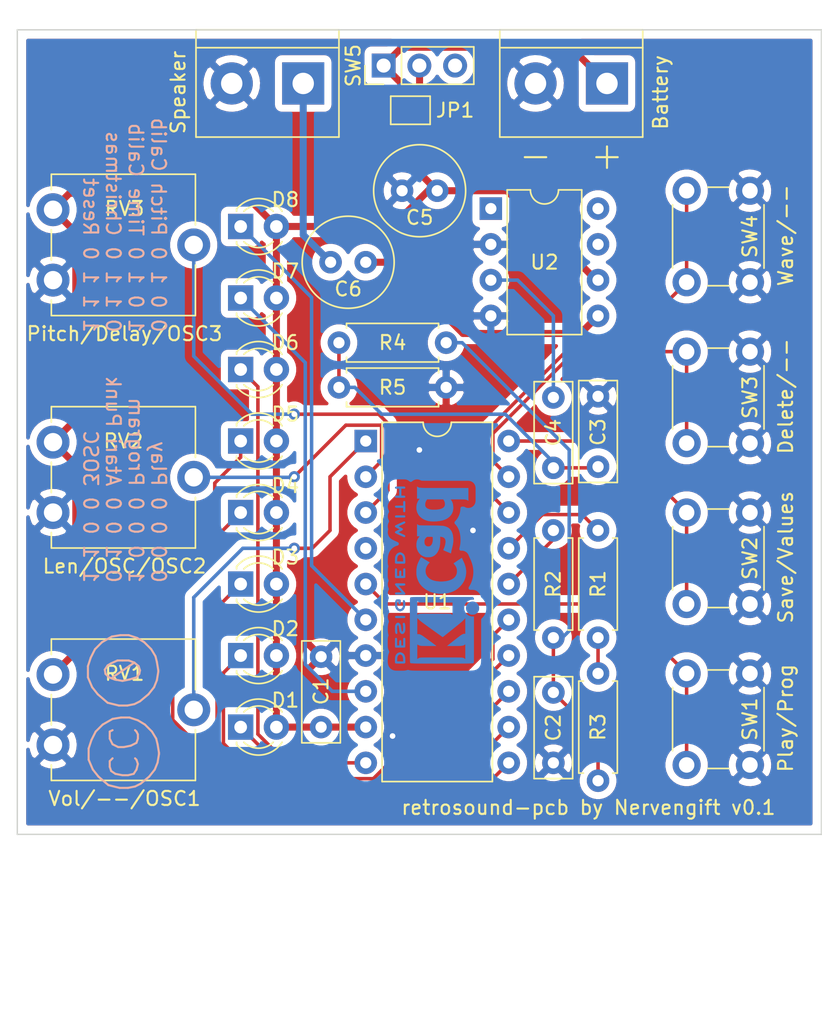
<source format=kicad_pcb>
(kicad_pcb (version 20171130) (host pcbnew 5.1.10)
  (layers (0 F.Cu signal) (31 B.Cu signal) (34 B.Paste user) (35 F.Paste user) (36 B.SilkS user) (37 F.SilkS user) (38 B.Mask user) (39 F.Mask user) (44 Edge.Cuts user))
  (net 0 "")
  (net 1 "Net-(BT1-Pad1)")
  (net 2 "Net-(C2-Pad2)")
  (net 3 "Net-(C3-Pad2)")
  (net 4 "Net-(C4-Pad2)")
  (net 5 "Net-(C6-Pad2)")
  (net 6 "Net-(C6-Pad1)")
  (net 7 "Net-(D1-Pad1)")
  (net 8 "Net-(D2-Pad1)")
  (net 9 "Net-(D3-Pad1)")
  (net 10 "Net-(D4-Pad1)")
  (net 11 "Net-(D5-Pad1)")
  (net 12 "Net-(D6-Pad1)")
  (net 13 "Net-(D7-Pad1)")
  (net 14 "Net-(D8-Pad1)")
  (net 15 "Net-(R1-Pad2)")
  (net 16 "Net-(R1-Pad1)")
  (net 17 "Net-(R2-Pad1)")
  (net 18 "Net-(RV1-Pad2)")
  (net 19 "Net-(RV2-Pad2)")
  (net 20 "Net-(RV3-Pad2)")
  (net 21 "Net-(SW1-Pad2)")
  (net 22 "Net-(SW2-Pad2)")
  (net 23 "Net-(SW3-Pad2)")
  (net 24 "Net-(SW4-Pad2)")
  (net 25 "Net-(U1-Pad4)")
  (net 26 "Net-(U2-Pad8)")
  (net 27 "Net-(U2-Pad7)")
  (net 28 "Net-(U2-Pad1)")
  (net 29 GND)
  (net 30 VCC)
  (module retrosound-pcb:Symbol_CreativeCommonsPublicDomain_SilkScreenTop_Small (layer B.Cu) (at 83.82 130.81 90)
    (fp_text reference REF** hide)
    (fp_text value Symbol_CreativeCommonsPublicDomain_SilkScreenTop_Small)
  )
  (module Symbol:KiCad-Logo2_5mm_Copper (layer B.Cu) (at 106.045 121.285 90)
    (fp_text reference REF** hide)
    (fp_text value KiCad-Logo2_5mm_Copper hide)
    (fp_poly (pts (xy 6.228823 -2.274533) (xy 6.260202 -2.296776) (xy 6.287911 -2.324485) (xy 6.287911 -2.63392) (xy 6.287838 -2.725799) (xy 6.287495 -2.79784) (xy 6.286692 -2.85278) (xy 6.285241 -2.89336) (xy 6.282952 -2.922317) (xy 6.279636 -2.942391) (xy 6.275105 -2.956321) (xy 6.269169 -2.966845) (xy 6.264514 -2.9731) (xy 6.233783 -2.997673) (xy 6.198496 -3.000341) (xy 6.166245 -2.985271) (xy 6.155588 -2.976374) (xy 6.148464 -2.964557) (xy 6.144167 -2.945526) (xy 6.141991 -2.914992) (xy 6.141228 -2.868662) (xy 6.141155 -2.832871) (xy 6.141155 -2.698045) (xy 5.644444 -2.698045) (xy 5.644444 -2.8207) (xy 5.643931 -2.876787) (xy 5.641876 -2.915333) (xy 5.637508 -2.941361) (xy 5.630056 -2.959897) (xy 5.621047 -2.9731) (xy 5.590144 -2.997604) (xy 5.555196 -3.000506) (xy 5.521738 -2.983089) (xy 5.512604 -2.973959) (xy 5.506152 -2.961855) (xy 5.501897 -2.943001) (xy 5.499352 -2.91362) (xy 5.498029 -2.869937) (xy 5.497443 -2.808175) (xy 5.497375 -2.794) (xy 5.496891 -2.677631) (xy 5.496641 -2.581727) (xy 5.496723 -2.504177) (xy 5.497231 -2.442869) (xy 5.498262 -2.39569) (xy 5.499913 -2.36053) (xy 5.502279 -2.335276) (xy 5.505457 -2.317817) (xy 5.509544 -2.306041) (xy 5.514634 -2.297835) (xy 5.520266 -2.291645) (xy 5.552128 -2.271844) (xy 5.585357 -2.274533) (xy 5.616735 -2.296776) (xy 5.629433 -2.311126) (xy 5.637526 -2.326978) (xy 5.642042 -2.349554) (xy 5.644006 -2.384078) (xy 5.644444 -2.435776) (xy 5.644444 -2.551289) (xy 6.141155 -2.551289) (xy 6.141155 -2.432756) (xy 6.141662 -2.378148) (xy 6.143698 -2.341275) (xy 6.148035 -2.317307) (xy 6.155447 -2.301415) (xy 6.163733 -2.291645) (xy 6.195594 -2.271844) (xy 6.228823 -2.274533)) (layer B.Cu) (width 0.01))
    (fp_poly (pts (xy 4.963065 -2.269163) (xy 5.041772 -2.269542) (xy 5.102863 -2.270333) (xy 5.148817 -2.27167) (xy 5.182114 -2.273683) (xy 5.205236 -2.276506) (xy 5.220662 -2.280269) (xy 5.230871 -2.285105) (xy 5.235813 -2.288822) (xy 5.261457 -2.321358) (xy 5.264559 -2.355138) (xy 5.248711 -2.385826) (xy 5.238348 -2.398089) (xy 5.227196 -2.40645) (xy 5.211035 -2.411657) (xy 5.185642 -2.414457) (xy 5.146798 -2.415596) (xy 5.09028 -2.415821) (xy 5.07918 -2.415822) (xy 4.933244 -2.415822) (xy 4.933244 -2.686756) (xy 4.933148 -2.772154) (xy 4.932711 -2.837864) (xy 4.931712 -2.886774) (xy 4.929928 -2.921773) (xy 4.927137 -2.945749) (xy 4.923117 -2.961593) (xy 4.917645 -2.972191) (xy 4.910666 -2.980267) (xy 4.877734 -3.000112) (xy 4.843354 -2.998548) (xy 4.812176 -2.975906) (xy 4.809886 -2.9731) (xy 4.802429 -2.962492) (xy 4.796747 -2.950081) (xy 4.792601 -2.93285) (xy 4.78975 -2.907784) (xy 4.787954 -2.871867) (xy 4.786972 -2.822083) (xy 4.786564 -2.755417) (xy 4.786489 -2.679589) (xy 4.786489 -2.415822) (xy 4.647127 -2.415822) (xy 4.587322 -2.415418) (xy 4.545918 -2.41384) (xy 4.518748 -2.410547) (xy 4.501646 -2.404992) (xy 4.490443 -2.396631) (xy 4.489083 -2.395178) (xy 4.472725 -2.361939) (xy 4.474172 -2.324362) (xy 4.492978 -2.291645) (xy 4.50025 -2.285298) (xy 4.509627 -2.280266) (xy 4.523609 -2.276396) (xy 4.544696 -2.273537) (xy 4.575389 -2.271535) (xy 4.618189 -2.270239) (xy 4.675595 -2.269498) (xy 4.75011 -2.269158) (xy 4.844233 -2.269068) (xy 4.86426 -2.269067) (xy 4.963065 -2.269163)) (layer B.Cu) (width 0.01))
    (fp_poly (pts (xy 4.188614 -2.275877) (xy 4.212327 -2.290647) (xy 4.238978 -2.312227) (xy 4.238978 -2.633773) (xy 4.238893 -2.72783) (xy 4.238529 -2.801932) (xy 4.237724 -2.858704) (xy 4.236313 -2.900768) (xy 4.234133 -2.930748) (xy 4.231021 -2.951267) (xy 4.226814 -2.964949) (xy 4.221348 -2.974416) (xy 4.217472 -2.979082) (xy 4.186034 -2.999575) (xy 4.150233 -2.998739) (xy 4.118873 -2.981264) (xy 4.092222 -2.959684) (xy 4.092222 -2.312227) (xy 4.118873 -2.290647) (xy 4.144594 -2.274949) (xy 4.1656 -2.269067) (xy 4.188614 -2.275877)) (layer B.Cu) (width 0.01))
    (fp_poly (pts (xy 3.744665 -2.271034) (xy 3.764255 -2.278035) (xy 3.76501 -2.278377) (xy 3.791613 -2.298678) (xy 3.80627 -2.319561) (xy 3.809138 -2.329352) (xy 3.808996 -2.342361) (xy 3.804961 -2.360895) (xy 3.796146 -2.387257) (xy 3.781669 -2.423752) (xy 3.760645 -2.472687) (xy 3.732188 -2.536365) (xy 3.695415 -2.617093) (xy 3.675175 -2.661216) (xy 3.638625 -2.739985) (xy 3.604315 -2.812423) (xy 3.573552 -2.87588) (xy 3.547648 -2.927708) (xy 3.52791 -2.965259) (xy 3.51565 -2.985884) (xy 3.513224 -2.988733) (xy 3.482183 -3.001302) (xy 3.447121 -2.999619) (xy 3.419 -2.984332) (xy 3.417854 -2.983089) (xy 3.406668 -2.966154) (xy 3.387904 -2.93317) (xy 3.363875 -2.88838) (xy 3.336897 -2.836032) (xy 3.327201 -2.816742) (xy 3.254014 -2.67015) (xy 3.17424 -2.829393) (xy 3.145767 -2.884415) (xy 3.11935 -2.932132) (xy 3.097148 -2.968893) (xy 3.081319 -2.991044) (xy 3.075954 -2.995741) (xy 3.034257 -3.002102) (xy 2.999849 -2.988733) (xy 2.989728 -2.974446) (xy 2.972214 -2.942692) (xy 2.948735 -2.896597) (xy 2.92072 -2.839285) (xy 2.889599 -2.77388) (xy 2.856799 -2.703507) (xy 2.82375 -2.631291) (xy 2.791881 -2.560355) (xy 2.762619 -2.493825) (xy 2.737395 -2.434826) (xy 2.717636 -2.386481) (xy 2.704772 -2.351915) (xy 2.700231 -2.334253) (xy 2.700277 -2.333613) (xy 2.711326 -2.311388) (xy 2.73341 -2.288753) (xy 2.73471 -2.287768) (xy 2.761853 -2.272425) (xy 2.786958 -2.272574) (xy 2.796368 -2.275466) (xy 2.807834 -2.281718) (xy 2.82001 -2.294014) (xy 2.834357 -2.314908) (xy 2.852336 -2.346949) (xy 2.875407 -2.392688) (xy 2.90503 -2.454677) (xy 2.931745 -2.511898) (xy 2.96248 -2.578226) (xy 2.990021 -2.637874) (xy 3.012938 -2.687725) (xy 3.029798 -2.724664) (xy 3.039173 -2.745573) (xy 3.04054 -2.748845) (xy 3.046689 -2.743497) (xy 3.060822 -2.721109) (xy 3.081057 -2.684946) (xy 3.105515 -2.638277) (xy 3.115248 -2.619022) (xy 3.148217 -2.554004) (xy 3.173643 -2.506654) (xy 3.193612 -2.474219) (xy 3.21021 -2.453946) (xy 3.225524 -2.443082) (xy 3.24164 -2.438875) (xy 3.252143 -2.4384) (xy 3.27067 -2.440042) (xy 3.286904 -2.446831) (xy 3.303035 -2.461566) (xy 3.321251 -2.487044) (xy 3.343739 -2.526061) (xy 3.372689 -2.581414) (xy 3.388662 -2.612903) (xy 3.41457 -2.663087) (xy 3.437167 -2.704704) (xy 3.454458 -2.734242) (xy 3.46445 -2.748189) (xy 3.465809 -2.74877) (xy 3.472261 -2.737793) (xy 3.486708 -2.70929) (xy 3.507703 -2.666244) (xy 3.533797 -2.611638) (xy 3.563546 -2.548454) (xy 3.57818 -2.517071) (xy 3.61625 -2.436078) (xy 3.646905 -2.373756) (xy 3.671737 -2.328071) (xy 3.692337 -2.296989) (xy 3.710298 -2.278478) (xy 3.72721 -2.270504) (xy 3.744665 -2.271034)) (layer B.Cu) (width 0.01))
    (fp_poly (pts (xy 1.018309 -2.269275) (xy 1.147288 -2.273636) (xy 1.256991 -2.286861) (xy 1.349226 -2.309741) (xy 1.425802 -2.34307) (xy 1.488527 -2.387638) (xy 1.539212 -2.444236) (xy 1.579663 -2.513658) (xy 1.580459 -2.515351) (xy 1.604601 -2.577483) (xy 1.613203 -2.632509) (xy 1.606231 -2.687887) (xy 1.583654 -2.751073) (xy 1.579372 -2.760689) (xy 1.550172 -2.816966) (xy 1.517356 -2.860451) (xy 1.475002 -2.897417) (xy 1.41719 -2.934135) (xy 1.413831 -2.936052) (xy 1.363504 -2.960227) (xy 1.306621 -2.978282) (xy 1.239527 -2.990839) (xy 1.158565 -2.998522) (xy 1.060082 -3.001953) (xy 1.025286 -3.002251) (xy 0.859594 -3.002845) (xy 0.836197 -2.9731) (xy 0.829257 -2.963319) (xy 0.823842 -2.951897) (xy 0.819765 -2.936095) (xy 0.816837 -2.913175) (xy 0.814867 -2.880396) (xy 0.814225 -2.856089) (xy 0.970844 -2.856089) (xy 1.064726 -2.856089) (xy 1.119664 -2.854483) (xy 1.17606 -2.850255) (xy 1.222345 -2.844292) (xy 1.225139 -2.84379) (xy 1.307348 -2.821736) (xy 1.371114 -2.7886) (xy 1.418452 -2.742847) (xy 1.451382 -2.682939) (xy 1.457108 -2.667061) (xy 1.462721 -2.642333) (xy 1.460291 -2.617902) (xy 1.448467 -2.5854) (xy 1.44134 -2.569434) (xy 1.418 -2.527006) (xy 1.38988 -2.49724) (xy 1.35894 -2.476511) (xy 1.296966 -2.449537) (xy 1.217651 -2.429998) (xy 1.125253 -2.418746) (xy 1.058333 -2.41627) (xy 0.970844 -2.415822) (xy 0.970844 -2.856089) (xy 0.814225 -2.856089) (xy 0.813668 -2.835021) (xy 0.81305 -2.774311) (xy 0.812825 -2.695526) (xy 0.8128 -2.63392) (xy 0.8128 -2.324485) (xy 0.840509 -2.296776) (xy 0.852806 -2.285544) (xy 0.866103 -2.277853) (xy 0.884672 -2.27304) (xy 0.912786 -2.270446) (xy 0.954717 -2.26941) (xy 1.014737 -2.26927) (xy 1.018309 -2.269275)) (layer B.Cu) (width 0.01))
    (fp_poly (pts (xy 0.230343 -2.26926) (xy 0.306701 -2.270174) (xy 0.365217 -2.272311) (xy 0.408255 -2.276175) (xy 0.438183 -2.282267) (xy 0.457368 -2.29109) (xy 0.468176 -2.303146) (xy 0.472973 -2.318939) (xy 0.474127 -2.33897) (xy 0.474133 -2.341335) (xy 0.473131 -2.363992) (xy 0.468396 -2.381503) (xy 0.457333 -2.394574) (xy 0.437348 -2.403913) (xy 0.405846 -2.410227) (xy 0.360232 -2.414222) (xy 0.297913 -2.416606) (xy 0.216293 -2.418086) (xy 0.191277 -2.418414) (xy -0.0508 -2.421467) (xy -0.054186 -2.486378) (xy -0.057571 -2.551289) (xy 0.110576 -2.551289) (xy 0.176266 -2.551531) (xy 0.223172 -2.552556) (xy 0.255083 -2.554811) (xy 0.275791 -2.558742) (xy 0.289084 -2.564798) (xy 0.298755 -2.573424) (xy 0.298817 -2.573493) (xy 0.316356 -2.607112) (xy 0.315722 -2.643448) (xy 0.297314 -2.674423) (xy 0.293671 -2.677607) (xy 0.280741 -2.685812) (xy 0.263024 -2.691521) (xy 0.23657 -2.695162) (xy 0.197432 -2.697167) (xy 0.141662 -2.697964) (xy 0.105994 -2.698045) (xy -0.056445 -2.698045) (xy -0.056445 -2.856089) (xy 0.190161 -2.856089) (xy 0.27158 -2.856231) (xy 0.33341 -2.856814) (xy 0.378637 -2.858068) (xy 0.410248 -2.860227) (xy 0.431231 -2.863523) (xy 0.444573 -2.868189) (xy 0.453261 -2.874457) (xy 0.45545 -2.876733) (xy 0.471614 -2.90828) (xy 0.472797 -2.944168) (xy 0.459536 -2.975285) (xy 0.449043 -2.985271) (xy 0.438129 -2.990769) (xy 0.421217 -2.995022) (xy 0.395633 -2.99818) (xy 0.358701 -3.000392) (xy 0.307746 -3.001806) (xy 0.240094 -3.002572) (xy 0.153069 -3.002838) (xy 0.133394 -3.002845) (xy 0.044911 -3.002787) (xy -0.023773 -3.002467) (xy -0.075436 -3.001667) (xy -0.112855 -3.000167) (xy -0.13881 -2.997749) (xy -0.156078 -2.994194) (xy -0.167438 -2.989282) (xy -0.175668 -2.982795) (xy -0.180183 -2.978138) (xy -0.186979 -2.969889) (xy -0.192288 -2.959669) (xy -0.196294 -2.9448) (xy -0.199179 -2.922602) (xy -0.201126 -2.890393) (xy -0.202319 -2.845496) (xy -0.202939 -2.785228) (xy -0.203171 -2.706911) (xy -0.2032 -2.640994) (xy -0.203129 -2.548628) (xy -0.202792 -2.476117) (xy -0.202002 -2.420737) (xy -0.200574 -2.379765) (xy -0.198321 -2.350478) (xy -0.195057 -2.330153) (xy -0.190596 -2.316066) (xy -0.184752 -2.305495) (xy -0.179803 -2.298811) (xy -0.156406 -2.269067) (xy 0.133774 -2.269067) (xy 0.230343 -2.26926)) (layer B.Cu) (width 0.01))
    (fp_poly (pts (xy -1.300114 -2.273448) (xy -1.276548 -2.287273) (xy -1.245735 -2.309881) (xy -1.206078 -2.342338) (xy -1.15598 -2.385708) (xy -1.093843 -2.441058) (xy -1.018072 -2.509451) (xy -0.931334 -2.588084) (xy -0.750711 -2.751878) (xy -0.745067 -2.532029) (xy -0.743029 -2.456351) (xy -0.741063 -2.399994) (xy -0.738734 -2.359706) (xy -0.735606 -2.332235) (xy -0.731245 -2.314329) (xy -0.725216 -2.302737) (xy -0.717084 -2.294208) (xy -0.712772 -2.290623) (xy -0.678241 -2.27167) (xy -0.645383 -2.274441) (xy -0.619318 -2.290633) (xy -0.592667 -2.312199) (xy -0.589352 -2.627151) (xy -0.588435 -2.719779) (xy -0.587968 -2.792544) (xy -0.588113 -2.848161) (xy -0.589032 -2.889342) (xy -0.590887 -2.918803) (xy -0.593839 -2.939255) (xy -0.59805 -2.953413) (xy -0.603682 -2.963991) (xy -0.609927 -2.972474) (xy -0.623439 -2.988207) (xy -0.636883 -2.998636) (xy -0.652124 -3.002639) (xy -0.671026 -2.999094) (xy -0.695455 -2.986879) (xy -0.727273 -2.964871) (xy -0.768348 -2.931949) (xy -0.820542 -2.886991) (xy -0.885722 -2.828875) (xy -0.959556 -2.762099) (xy -1.224845 -2.521458) (xy -1.230489 -2.740589) (xy -1.232531 -2.816128) (xy -1.234502 -2.872354) (xy -1.236839 -2.912524) (xy -1.239981 -2.939896) (xy -1.244364 -2.957728) (xy -1.250424 -2.969279) (xy -1.2586 -2.977807) (xy -1.262784 -2.981282) (xy -1.299765 -3.000372) (xy -1.334708 -2.997493) (xy -1.365136 -2.9731) (xy -1.372097 -2.963286) (xy -1.377523 -2.951826) (xy -1.381603 -2.935968) (xy -1.384529 -2.912963) (xy -1.386492 -2.880062) (xy -1.387683 -2.834516) (xy -1.388292 -2.773573) (xy -1.388511 -2.694486) (xy -1.388534 -2.635956) (xy -1.38846 -2.544407) (xy -1.388113 -2.472687) (xy -1.387301 -2.418045) (xy -1.385833 -2.377732) (xy -1.383519 -2.348998) (xy -1.380167 -2.329093) (xy -1.375588 -2.315268) (xy -1.369589 -2.304772) (xy -1.365136 -2.298811) (xy -1.35385 -2.284691) (xy -1.343301 -2.274029) (xy -1.331893 -2.267892) (xy -1.31803 -2.267343) (xy -1.300114 -2.273448)) (layer B.Cu) (width 0.01))
    (fp_poly (pts (xy -1.950081 -2.274599) (xy -1.881565 -2.286095) (xy -1.828943 -2.303967) (xy -1.794708 -2.327499) (xy -1.785379 -2.340924) (xy -1.775893 -2.372148) (xy -1.782277 -2.400395) (xy -1.80243 -2.427182) (xy -1.833745 -2.439713) (xy -1.879183 -2.438696) (xy -1.914326 -2.431906) (xy -1.992419 -2.418971) (xy -2.072226 -2.417742) (xy -2.161555 -2.428241) (xy -2.186229 -2.43269) (xy -2.269291 -2.456108) (xy -2.334273 -2.490945) (xy -2.380461 -2.536604) (xy -2.407145 -2.592494) (xy -2.412663 -2.621388) (xy -2.409051 -2.680012) (xy -2.385729 -2.731879) (xy -2.344824 -2.775978) (xy -2.288459 -2.811299) (xy -2.21876 -2.836829) (xy -2.137852 -2.851559) (xy -2.04786 -2.854478) (xy -1.95091 -2.844575) (xy -1.945436 -2.843641) (xy -1.906875 -2.836459) (xy -1.885494 -2.829521) (xy -1.876227 -2.819227) (xy -1.874006 -2.801976) (xy -1.873956 -2.792841) (xy -1.873956 -2.754489) (xy -1.942431 -2.754489) (xy -2.0029 -2.750347) (xy -2.044165 -2.737147) (xy -2.068175 -2.71373) (xy -2.076877 -2.678936) (xy -2.076983 -2.674394) (xy -2.071892 -2.644654) (xy -2.054433 -2.623419) (xy -2.021939 -2.609366) (xy -1.971743 -2.601173) (xy -1.923123 -2.598161) (xy -1.852456 -2.596433) (xy -1.801198 -2.59907) (xy -1.766239 -2.6088) (xy -1.74447 -2.628353) (xy -1.73278 -2.660456) (xy -1.72806 -2.707838) (xy -1.7272 -2.770071) (xy -1.728609 -2.839535) (xy -1.732848 -2.886786) (xy -1.739936 -2.912012) (xy -1.741311 -2.913988) (xy -1.780228 -2.945508) (xy -1.837286 -2.97047) (xy -1.908869 -2.98834) (xy -1.991358 -2.998586) (xy -2.081139 -3.000673) (xy -2.174592 -2.994068) (xy -2.229556 -2.985956) (xy -2.315766 -2.961554) (xy -2.395892 -2.921662) (xy -2.462977 -2.869887) (xy -2.473173 -2.859539) (xy -2.506302 -2.816035) (xy -2.536194 -2.762118) (xy -2.559357 -2.705592) (xy -2.572298 -2.654259) (xy -2.573858 -2.634544) (xy -2.567218 -2.593419) (xy -2.549568 -2.542252) (xy -2.524297 -2.488394) (xy -2.494789 -2.439195) (xy -2.468719 -2.406334) (xy -2.407765 -2.357452) (xy -2.328969 -2.318545) (xy -2.235157 -2.290494) (xy -2.12915 -2.274179) (xy -2.032 -2.270192) (xy -1.950081 -2.274599)) (layer B.Cu) (width 0.01))
    (fp_poly (pts (xy -2.923822 -2.291645) (xy -2.917242 -2.299218) (xy -2.912079 -2.308987) (xy -2.908164 -2.323571) (xy -2.905324 -2.345585) (xy -2.903387 -2.377648) (xy -2.902183 -2.422375) (xy -2.901539 -2.482385) (xy -2.901284 -2.560294) (xy -2.901245 -2.635956) (xy -2.901314 -2.729802) (xy -2.901638 -2.803689) (xy -2.902386 -2.860232) (xy -2.903732 -2.902049) (xy -2.905846 -2.931757) (xy -2.9089 -2.951973) (xy -2.913066 -2.965314) (xy -2.918516 -2.974398) (xy -2.923822 -2.980267) (xy -2.956826 -2.999947) (xy -2.991991 -2.998181) (xy -3.023455 -2.976717) (xy -3.030684 -2.968337) (xy -3.036334 -2.958614) (xy -3.040599 -2.944861) (xy -3.043673 -2.924389) (xy -3.045752 -2.894512) (xy -3.04703 -2.852541) (xy -3.047701 -2.795789) (xy -3.047959 -2.721567) (xy -3.048 -2.637537) (xy -3.048 -2.324485) (xy -3.020291 -2.296776) (xy -2.986137 -2.273463) (xy -2.953006 -2.272623) (xy -2.923822 -2.291645)) (layer B.Cu) (width 0.01))
    (fp_poly (pts (xy -3.691703 -2.270351) (xy -3.616888 -2.275581) (xy -3.547306 -2.28375) (xy -3.487002 -2.29455) (xy -3.44002 -2.307673) (xy -3.410406 -2.322813) (xy -3.40586 -2.327269) (xy -3.390054 -2.36185) (xy -3.394847 -2.397351) (xy -3.419364 -2.427725) (xy -3.420534 -2.428596) (xy -3.434954 -2.437954) (xy -3.450008 -2.442876) (xy -3.471005 -2.443473) (xy -3.503257 -2.439861) (xy -3.552073 -2.432154) (xy -3.556 -2.431505) (xy -3.628739 -2.422569) (xy -3.707217 -2.418161) (xy -3.785927 -2.418119) (xy -3.859361 -2.422279) (xy -3.922011 -2.430479) (xy -3.96837 -2.442557) (xy -3.971416 -2.443771) (xy -4.005048 -2.462615) (xy -4.016864 -2.481685) (xy -4.007614 -2.500439) (xy -3.978047 -2.518337) (xy -3.928911 -2.534837) (xy -3.860957 -2.549396) (xy -3.815645 -2.556406) (xy -3.721456 -2.569889) (xy -3.646544 -2.582214) (xy -3.587717 -2.594449) (xy -3.541785 -2.607661) (xy -3.505555 -2.622917) (xy -3.475838 -2.641285) (xy -3.449442 -2.663831) (xy -3.42823 -2.685971) (xy -3.403065 -2.716819) (xy -3.390681 -2.743345) (xy -3.386808 -2.776026) (xy -3.386667 -2.787995) (xy -3.389576 -2.827712) (xy -3.401202 -2.857259) (xy -3.421323 -2.883486) (xy -3.462216 -2.923576) (xy -3.507817 -2.954149) (xy -3.561513 -2.976203) (xy -3.626692 -2.990735) (xy -3.706744 -2.998741) (xy -3.805057 -3.001218) (xy -3.821289 -3.001177) (xy -3.886849 -2.999818) (xy -3.951866 -2.99673) (xy -4.009252 -2.992356) (xy -4.051922 -2.98714) (xy -4.055372 -2.986541) (xy -4.097796 -2.976491) (xy -4.13378 -2.963796) (xy -4.15415 -2.95219) (xy -4.173107 -2.921572) (xy -4.174427 -2.885918) (xy -4.158085 -2.854144) (xy -4.154429 -2.850551) (xy -4.139315 -2.839876) (xy -4.120415 -2.835276) (xy -4.091162 -2.836059) (xy -4.055651 -2.840127) (xy -4.01597 -2.843762) (xy -3.960345 -2.846828) (xy -3.895406 -2.849053) (xy -3.827785 -2.850164) (xy -3.81 -2.850237) (xy -3.742128 -2.849964) (xy -3.692454 -2.848646) (xy -3.65661 -2.845827) (xy -3.630224 -2.84105) (xy -3.608926 -2.833857) (xy -3.596126 -2.827867) (xy -3.568 -2.811233) (xy -3.550068 -2.796168) (xy -3.547447 -2.791897) (xy -3.552976 -2.774263) (xy -3.57926 -2.757192) (xy -3.624478 -2.741458) (xy -3.686808 -2.727838) (xy -3.705171 -2.724804) (xy -3.80109 -2.709738) (xy -3.877641 -2.697146) (xy -3.93778 -2.686111) (xy -3.98446 -2.67572) (xy -4.020637 -2.665056) (xy -4.049265 -2.653205) (xy -4.073298 -2.639251) (xy -4.095692 -2.622281) (xy -4.119402 -2.601378) (xy -4.12738 -2.594049) (xy -4.155353 -2.566699) (xy -4.17016 -2.545029) (xy -4.175952 -2.520232) (xy -4.176889 -2.488983) (xy -4.166575 -2.427705) (xy -4.135752 -2.37564) (xy -4.084595 -2.332958) (xy -4.013283 -2.299825) (xy -3.9624 -2.284964) (xy -3.9071 -2.275366) (xy -3.840853 -2.269936) (xy -3.767706 -2.268367) (xy -3.691703 -2.270351)) (layer B.Cu) (width 0.01))
    (fp_poly (pts (xy -4.712794 -2.269146) (xy -4.643386 -2.269518) (xy -4.590997 -2.270385) (xy -4.552847 -2.271946) (xy -4.526159 -2.274403) (xy -4.508153 -2.277957) (xy -4.496049 -2.28281) (xy -4.487069 -2.289161) (xy -4.483818 -2.292084) (xy -4.464043 -2.323142) (xy -4.460482 -2.358828) (xy -4.473491 -2.39051) (xy -4.479506 -2.396913) (xy -4.489235 -2.403121) (xy -4.504901 -2.40791) (xy -4.529408 -2.411514) (xy -4.565661 -2.414164) (xy -4.616565 -2.416095) (xy -4.685026 -2.417539) (xy -4.747617 -2.418418) (xy -4.995334 -2.421467) (xy -4.998719 -2.486378) (xy -5.002105 -2.551289) (xy -4.833958 -2.551289) (xy -4.760959 -2.551919) (xy -4.707517 -2.554553) (xy -4.670628 -2.560309) (xy -4.647288 -2.570304) (xy -4.634494 -2.585656) (xy -4.629242 -2.607482) (xy -4.628445 -2.627738) (xy -4.630923 -2.652592) (xy -4.640277 -2.670906) (xy -4.659383 -2.683637) (xy -4.691118 -2.691741) (xy -4.738359 -2.696176) (xy -4.803983 -2.697899) (xy -4.839801 -2.698045) (xy -5.000978 -2.698045) (xy -5.000978 -2.856089) (xy -4.752622 -2.856089) (xy -4.671213 -2.856202) (xy -4.609342 -2.856712) (xy -4.563968 -2.85787) (xy -4.532054 -2.85993) (xy -4.510559 -2.863146) (xy -4.496443 -2.867772) (xy -4.486668 -2.874059) (xy -4.481689 -2.878667) (xy -4.46461 -2.90556) (xy -4.459111 -2.929467) (xy -4.466963 -2.958667) (xy -4.481689 -2.980267) (xy -4.489546 -2.987066) (xy -4.499688 -2.992346) (xy -4.514844 -2.996298) (xy -4.537741 -2.999113) (xy -4.571109 -3.000982) (xy -4.617675 -3.002098) (xy -4.680167 -3.002651) (xy -4.761314 -3.002833) (xy -4.803422 -3.002845) (xy -4.893598 -3.002765) (xy -4.963924 -3.002398) (xy -5.017129 -3.001552) (xy -5.05594 -3.000036) (xy -5.083087 -2.997659) (xy -5.101298 -2.994229) (xy -5.1133 -2.989554) (xy -5.121822 -2.983444) (xy -5.125156 -2.980267) (xy -5.131755 -2.97267) (xy -5.136927 -2.96287) (xy -5.140846 -2.948239) (xy -5.143684 -2.926152) (xy -5.145615 -2.893982) (xy -5.146812 -2.849103) (xy -5.147448 -2.788889) (xy -5.147697 -2.710713) (xy -5.147734 -2.637923) (xy -5.1477 -2.544707) (xy -5.147465 -2.471431) (xy -5.14683 -2.415458) (xy -5.145594 -2.374151) (xy -5.143556 -2.344872) (xy -5.140517 -2.324984) (xy -5.136277 -2.31185) (xy -5.130635 -2.302832) (xy -5.123391 -2.295293) (xy -5.121606 -2.293612) (xy -5.112945 -2.286172) (xy -5.102882 -2.280409) (xy -5.088625 -2.276112) (xy -5.067383 -2.273064) (xy -5.036364 -2.271051) (xy -4.992777 -2.26986) (xy -4.933831 -2.269275) (xy -4.856734 -2.269083) (xy -4.802001 -2.269067) (xy -4.712794 -2.269146)) (layer B.Cu) (width 0.01))
    (fp_poly (pts (xy -6.121371 -2.269066) (xy -6.081889 -2.269467) (xy -5.9662 -2.272259) (xy -5.869311 -2.28055) (xy -5.787919 -2.295232) (xy -5.718723 -2.317193) (xy -5.65842 -2.347322) (xy -5.603708 -2.38651) (xy -5.584167 -2.403532) (xy -5.55175 -2.443363) (xy -5.52252 -2.497413) (xy -5.499991 -2.557323) (xy -5.487679 -2.614739) (xy -5.4864 -2.635956) (xy -5.494417 -2.694769) (xy -5.515899 -2.759013) (xy -5.546999 -2.819821) (xy -5.583866 -2.86833) (xy -5.589854 -2.874182) (xy -5.640579 -2.915321) (xy -5.696125 -2.947435) (xy -5.759696 -2.971365) (xy -5.834494 -2.987953) (xy -5.923722 -2.998041) (xy -6.030582 -3.002469) (xy -6.079528 -3.002845) (xy -6.141762 -3.002545) (xy -6.185528 -3.001292) (xy -6.214931 -2.998554) (xy -6.234079 -2.993801) (xy -6.247077 -2.986501) (xy -6.254045 -2.980267) (xy -6.260626 -2.972694) (xy -6.265788 -2.962924) (xy -6.269703 -2.94834) (xy -6.272543 -2.926326) (xy -6.27448 -2.894264) (xy -6.275684 -2.849536) (xy -6.276328 -2.789526) (xy -6.276583 -2.711617) (xy -6.276622 -2.635956) (xy -6.27687 -2.535041) (xy -6.276817 -2.454427) (xy -6.275857 -2.415822) (xy -6.129867 -2.415822) (xy -6.129867 -2.856089) (xy -6.036734 -2.856004) (xy -5.980693 -2.854396) (xy -5.921999 -2.850256) (xy -5.873028 -2.844464) (xy -5.871538 -2.844226) (xy -5.792392 -2.82509) (xy -5.731002 -2.795287) (xy -5.684305 -2.752878) (xy -5.654635 -2.706961) (xy -5.636353 -2.656026) (xy -5.637771 -2.6082) (xy -5.658988 -2.556933) (xy -5.700489 -2.503899) (xy -5.757998 -2.4646) (xy -5.83275 -2.438331) (xy -5.882708 -2.429035) (xy -5.939416 -2.422507) (xy -5.999519 -2.417782) (xy -6.050639 -2.415817) (xy -6.053667 -2.415808) (xy -6.129867 -2.415822) (xy -6.275857 -2.415822) (xy -6.27526 -2.391851) (xy -6.270998 -2.345055) (xy -6.26283 -2.311778) (xy -6.249556 -2.289759) (xy -6.229974 -2.276739) (xy -6.202883 -2.270457) (xy -6.167082 -2.268653) (xy -6.121371 -2.269066)) (layer B.Cu) (width 0.01))
    (fp_poly (pts (xy -2.273043 2.973429) (xy -2.176768 2.949191) (xy -2.090184 2.906359) (xy -2.015373 2.846581) (xy -1.954418 2.771506) (xy -1.909399 2.68278) (xy -1.883136 2.58647) (xy -1.877286 2.489205) (xy -1.89214 2.395346) (xy -1.92584 2.307489) (xy -1.976528 2.22823) (xy -2.042345 2.160164) (xy -2.121434 2.105888) (xy -2.211934 2.067998) (xy -2.2632 2.055574) (xy -2.307698 2.048053) (xy -2.341999 2.045081) (xy -2.37496 2.046906) (xy -2.415434 2.053775) (xy -2.448531 2.06075) (xy -2.541947 2.092259) (xy -2.625619 2.143383) (xy -2.697665 2.212571) (xy -2.7562 2.298272) (xy -2.770148 2.325511) (xy -2.786586 2.361878) (xy -2.796894 2.392418) (xy -2.80246 2.42455) (xy -2.804669 2.465693) (xy -2.804948 2.511778) (xy -2.800861 2.596135) (xy -2.787446 2.665414) (xy -2.762256 2.726039) (xy -2.722846 2.784433) (xy -2.684298 2.828698) (xy -2.612406 2.894516) (xy -2.537313 2.939947) (xy -2.454562 2.96715) (xy -2.376928 2.977424) (xy -2.273043 2.973429)) (layer B.Cu) (width 0.01))
    (fp_poly (pts (xy 6.186507 0.527755) (xy 6.186526 0.293338) (xy 6.186552 0.080397) (xy 6.186625 -0.112168) (xy 6.186782 -0.285459) (xy 6.187064 -0.440576) (xy 6.187509 -0.57862) (xy 6.188156 -0.700692) (xy 6.189045 -0.807894) (xy 6.190213 -0.901326) (xy 6.191701 -0.98209) (xy 6.193546 -1.051286) (xy 6.195789 -1.110015) (xy 6.198469 -1.159379) (xy 6.201623 -1.200478) (xy 6.205292 -1.234413) (xy 6.209513 -1.262286) (xy 6.214327 -1.285198) (xy 6.219773 -1.304249) (xy 6.225888 -1.32054) (xy 6.232712 -1.335173) (xy 6.240285 -1.349249) (xy 6.248645 -1.363868) (xy 6.253839 -1.372974) (xy 6.288104 -1.433689) (xy 5.429955 -1.433689) (xy 5.429955 -1.337733) (xy 5.429224 -1.29437) (xy 5.427272 -1.261205) (xy 5.424463 -1.243424) (xy 5.423221 -1.241778) (xy 5.411799 -1.248662) (xy 5.389084 -1.266505) (xy 5.366385 -1.285879) (xy 5.3118 -1.326614) (xy 5.242321 -1.367617) (xy 5.16527 -1.405123) (xy 5.087965 -1.435364) (xy 5.057113 -1.445012) (xy 4.988616 -1.459578) (xy 4.905764 -1.469539) (xy 4.816371 -1.474583) (xy 4.728248 -1.474396) (xy 4.649207 -1.468666) (xy 4.611511 -1.462858) (xy 4.473414 -1.424797) (xy 4.346113 -1.367073) (xy 4.230292 -1.290211) (xy 4.126637 -1.194739) (xy 4.035833 -1.081179) (xy 3.969031 -0.970381) (xy 3.914164 -0.853625) (xy 3.872163 -0.734276) (xy 3.842167 -0.608283) (xy 3.823311 -0.471594) (xy 3.814732 -0.320158) (xy 3.814006 -0.242711) (xy 3.8161 -0.185934) (xy 4.645217 -0.185934) (xy 4.645424 -0.279002) (xy 4.648337 -0.366692) (xy 4.654 -0.443772) (xy 4.662455 -0.505009) (xy 4.665038 -0.51735) (xy 4.69684 -0.624633) (xy 4.738498 -0.711658) (xy 4.790363 -0.778642) (xy 4.852781 -0.825805) (xy 4.9261 -0.853365) (xy 5.010669 -0.861541) (xy 5.106835 -0.850551) (xy 5.170311 -0.834829) (xy 5.219454 -0.816639) (xy 5.273583 -0.790791) (xy 5.314244 -0.767089) (xy 5.3848 -0.720721) (xy 5.3848 0.42947) (xy 5.317392 0.473038) (xy 5.238867 0.51396) (xy 5.154681 0.540611) (xy 5.069557 0.552535) (xy 4.988216 0.549278) (xy 4.91538 0.530385) (xy 4.883426 0.514816) (xy 4.825501 0.471819) (xy 4.776544 0.415047) (xy 4.73539 0.342425) (xy 4.700874 0.251879) (xy 4.671833 0.141334) (xy 4.670552 0.135467) (xy 4.660381 0.073212) (xy 4.652739 -0.004594) (xy 4.64767 -0.09272) (xy 4.645217 -0.185934) (xy 3.8161 -0.185934) (xy 3.821857 -0.029895) (xy 3.843802 0.165941) (xy 3.879786 0.344668) (xy 3.929759 0.506155) (xy 3.993668 0.650274) (xy 4.071462 0.776894) (xy 4.163089 0.885885) (xy 4.268497 0.977117) (xy 4.313662 1.008068) (xy 4.414611 1.064215) (xy 4.517901 1.103826) (xy 4.627989 1.127986) (xy 4.74933 1.137781) (xy 4.841836 1.136735) (xy 4.97149 1.125769) (xy 5.084084 1.103954) (xy 5.182875 1.070286) (xy 5.271121 1.023764) (xy 5.319986 0.989552) (xy 5.349353 0.967638) (xy 5.371043 0.952667) (xy 5.379253 0.948267) (xy 5.380868 0.959096) (xy 5.382159 0.989749) (xy 5.383138 1.037474) (xy 5.383817 1.099521) (xy 5.38421 1.173138) (xy 5.38433 1.255573) (xy 5.384188 1.344075) (xy 5.383797 1.435893) (xy 5.383171 1.528276) (xy 5.38232 1.618472) (xy 5.38126 1.703729) (xy 5.380001 1.781297) (xy 5.378556 1.848424) (xy 5.376938 1.902359) (xy 5.375161 1.94035) (xy 5.374669 1.947333) (xy 5.367092 2.017749) (xy 5.355531 2.072898) (xy 5.337792 2.120019) (xy 5.311682 2.166353) (xy 5.305415 2.175933) (xy 5.280983 2.212622) (xy 6.186311 2.212622) (xy 6.186507 0.527755)) (layer B.Cu) (width 0.01))
    (fp_poly (pts (xy 2.673574 1.133448) (xy 2.825492 1.113433) (xy 2.960756 1.079798) (xy 3.080239 1.032275) (xy 3.184815 0.970595) (xy 3.262424 0.907035) (xy 3.331265 0.832901) (xy 3.385006 0.753129) (xy 3.42791 0.660909) (xy 3.443384 0.617839) (xy 3.456244 0.578858) (xy 3.467446 0.542711) (xy 3.47712 0.507566) (xy 3.485396 0.47159) (xy 3.492403 0.43295) (xy 3.498272 0.389815) (xy 3.503131 0.340351) (xy 3.50711 0.282727) (xy 3.51034 0.215109) (xy 3.512949 0.135666) (xy 3.515067 0.042564) (xy 3.516824 -0.066027) (xy 3.518349 -0.191942) (xy 3.519772 -0.337012) (xy 3.521025 -0.479778) (xy 3.522351 -0.635968) (xy 3.523556 -0.771239) (xy 3.524766 -0.887246) (xy 3.526106 -0.985645) (xy 3.5277 -1.068093) (xy 3.529675 -1.136246) (xy 3.532156 -1.19176) (xy 3.535269 -1.236292) (xy 3.539138 -1.271498) (xy 3.543889 -1.299034) (xy 3.549648 -1.320556) (xy 3.556539 -1.337722) (xy 3.564689 -1.352186) (xy 3.574223 -1.365606) (xy 3.585266 -1.379638) (xy 3.589566 -1.385071) (xy 3.605386 -1.40791) (xy 3.612422 -1.423463) (xy 3.612444 -1.423922) (xy 3.601567 -1.426121) (xy 3.570582 -1.428147) (xy 3.521957 -1.429942) (xy 3.458163 -1.431451) (xy 3.381669 -1.432616) (xy 3.294944 -1.43338) (xy 3.200457 -1.433686) (xy 3.18955 -1.433689) (xy 2.766657 -1.433689) (xy 2.763395 -1.337622) (xy 2.760133 -1.241556) (xy 2.698044 -1.292543) (xy 2.600714 -1.360057) (xy 2.490813 -1.414749) (xy 2.404349 -1.444978) (xy 2.335278 -1.459666) (xy 2.251925 -1.469659) (xy 2.162159 -1.474646) (xy 2.073845 -1.474313) (xy 1.994851 -1.468351) (xy 1.958622 -1.462638) (xy 1.818603 -1.424776) (xy 1.692178 -1.369932) (xy 1.58026 -1.298924) (xy 1.483762 -1.212568) (xy 1.4036 -1.111679) (xy 1.340687 -0.997076) (xy 1.296312 -0.870984) (xy 1.283978 -0.814401) (xy 1.276368 -0.752202) (xy 1.272739 -0.677363) (xy 1.272245 -0.643467) (xy 1.27231 -0.640282) (xy 2.032248 -0.640282) (xy 2.041541 -0.715333) (xy 2.069728 -0.77916) (xy 2.118197 -0.834798) (xy 2.123254 -0.839211) (xy 2.171548 -0.874037) (xy 2.223257 -0.89662) (xy 2.283989 -0.90854) (xy 2.359352 -0.911383) (xy 2.377459 -0.910978) (xy 2.431278 -0.908325) (xy 2.471308 -0.902909) (xy 2.506324 -0.892745) (xy 2.545103 -0.87585) (xy 2.555745 -0.870672) (xy 2.616396 -0.834844) (xy 2.663215 -0.792212) (xy 2.675952 -0.776973) (xy 2.720622 -0.720462) (xy 2.720622 -0.524586) (xy 2.720086 -0.445939) (xy 2.718396 -0.387988) (xy 2.715428 -0.348875) (xy 2.711057 -0.326741) (xy 2.706972 -0.320274) (xy 2.691047 -0.317111) (xy 2.657264 -0.314488) (xy 2.61034 -0.312655) (xy 2.554993 -0.311857) (xy 2.546106 -0.311842) (xy 2.42533 -0.317096) (xy 2.32266 -0.333263) (xy 2.236106 -0.360961) (xy 2.163681 -0.400808) (xy 2.108751 -0.447758) (xy 2.064204 -0.505645) (xy 2.03948 -0.568693) (xy 2.032248 -0.640282) (xy 1.27231 -0.640282) (xy 1.274178 -0.549712) (xy 1.282522 -0.470812) (xy 1.298768 -0.39959) (xy 1.324405 -0.328864) (xy 1.348401 -0.276493) (xy 1.40702 -0.181196) (xy 1.485117 -0.09317) (xy 1.580315 -0.014017) (xy 1.690238 0.05466) (xy 1.81251 0.111259) (xy 1.944755 0.154179) (xy 2.009422 0.169118) (xy 2.145604 0.191223) (xy 2.294049 0.205806) (xy 2.445505 0.212187) (xy 2.572064 0.210555) (xy 2.73395 0.203776) (xy 2.72653 0.262755) (xy 2.707238 0.361908) (xy 2.676104 0.442628) (xy 2.632269 0.505534) (xy 2.574871 0.551244) (xy 2.503048 0.580378) (xy 2.415941 0.593553) (xy 2.312686 0.591389) (xy 2.274711 0.587388) (xy 2.13352 0.56222) (xy 1.996707 0.521186) (xy 1.902178 0.483185) (xy 1.857018 0.46381) (xy 1.818585 0.44824) (xy 1.792234 0.438595) (xy 1.784546 0.436548) (xy 1.774802 0.445626) (xy 1.758083 0.474595) (xy 1.734232 0.523783) (xy 1.703093 0.593516) (xy 1.664507 0.684121) (xy 1.65791 0.699911) (xy 1.627853 0.772228) (xy 1.600874 0.837575) (xy 1.578136 0.893094) (xy 1.560806 0.935928) (xy 1.550048 0.963219) (xy 1.546941 0.972058) (xy 1.55694 0.976813) (xy 1.583217 0.98209) (xy 1.611489 0.985769) (xy 1.641646 0.990526) (xy 1.689433 0.999972) (xy 1.750612 1.01318) (xy 1.820946 1.029224) (xy 1.896194 1.04718) (xy 1.924755 1.054203) (xy 2.029816 1.079791) (xy 2.11748 1.099853) (xy 2.192068 1.115031) (xy 2.257903 1.125965) (xy 2.319307 1.133296) (xy 2.380602 1.137665) (xy 2.44611 1.139713) (xy 2.504128 1.140111) (xy 2.673574 1.133448)) (layer B.Cu) (width 0.01))
    (fp_poly (pts (xy 0.328429 2.050929) (xy 0.48857 2.029755) (xy 0.65251 1.989615) (xy 0.822313 1.930111) (xy 1.000043 1.850846) (xy 1.01131 1.845301) (xy 1.069005 1.817275) (xy 1.120552 1.793198) (xy 1.162191 1.774751) (xy 1.190162 1.763614) (xy 1.199733 1.761067) (xy 1.21895 1.756059) (xy 1.223561 1.751853) (xy 1.218458 1.74142) (xy 1.202418 1.715132) (xy 1.177288 1.675743) (xy 1.144914 1.626009) (xy 1.107143 1.568685) (xy 1.065822 1.506524) (xy 1.022798 1.442282) (xy 0.979917 1.378715) (xy 0.939026 1.318575) (xy 0.901971 1.26462) (xy 0.8706 1.219603) (xy 0.846759 1.186279) (xy 0.832294 1.167403) (xy 0.830309 1.165213) (xy 0.820191 1.169862) (xy 0.79785 1.187038) (xy 0.76728 1.21356) (xy 0.751536 1.228036) (xy 0.655047 1.303318) (xy 0.548336 1.358759) (xy 0.432832 1.393859) (xy 0.309962 1.40812) (xy 0.240561 1.406949) (xy 0.119423 1.389788) (xy 0.010205 1.353906) (xy -0.087418 1.299041) (xy -0.173772 1.22493) (xy -0.249185 1.131312) (xy -0.313982 1.017924) (xy -0.351399 0.931333) (xy -0.395252 0.795634) (xy -0.427572 0.64815) (xy -0.448443 0.492686) (xy -0.457949 0.333044) (xy -0.456173 0.173027) (xy -0.443197 0.016439) (xy -0.419106 -0.132918) (xy -0.383982 -0.27124) (xy -0.337908 -0.394724) (xy -0.321627 -0.428978) (xy -0.25338 -0.543064) (xy -0.172921 -0.639557) (xy -0.08143 -0.71767) (xy 0.019911 -0.776617) (xy 0.12992 -0.815612) (xy 0.247415 -0.833868) (xy 0.288883 -0.835211) (xy 0.410441 -0.82429) (xy 0.530878 -0.791474) (xy 0.648666 -0.737439) (xy 0.762277 -0.662865) (xy 0.853685 -0.584539) (xy 0.900215 -0.540008) (xy 1.081483 -0.837271) (xy 1.12658 -0.911433) (xy 1.167819 -0.979646) (xy 1.203735 -1.039459) (xy 1.232866 -1.08842) (xy 1.25375 -1.124079) (xy 1.264924 -1.143984) (xy 1.266375 -1.147079) (xy 1.258146 -1.156718) (xy 1.232567 -1.173999) (xy 1.192873 -1.197283) (xy 1.142297 -1.224934) (xy 1.084074 -1.255315) (xy 1.021437 -1.28679) (xy 0.957621 -1.317722) (xy 0.89586 -1.346473) (xy 0.839388 -1.371408) (xy 0.791438 -1.390889) (xy 0.767986 -1.399318) (xy 0.634221 -1.437133) (xy 0.496327 -1.462136) (xy 0.348622 -1.47514) (xy 0.221833 -1.477468) (xy 0.153878 -1.476373) (xy 0.088277 -1.474275) (xy 0.030847 -1.471434) (xy -0.012597 -1.468106) (xy -0.026702 -1.466422) (xy -0.165716 -1.437587) (xy -0.307243 -1.392468) (xy -0.444725 -1.33375) (xy -0.571606 -1.26412) (xy -0.649111 -1.211441) (xy -0.776519 -1.103239) (xy -0.894822 -0.976671) (xy -1.001828 -0.834866) (xy -1.095348 -0.680951) (xy -1.17319 -0.518053) (xy -1.217044 -0.400756) (xy -1.267292 -0.217128) (xy -1.300791 -0.022581) (xy -1.317551 0.178675) (xy -1.317584 0.382432) (xy -1.300899 0.584479) (xy -1.267507 0.780608) (xy -1.21742 0.966609) (xy -1.213603 0.978197) (xy -1.150719 1.14025) (xy -1.073972 1.288168) (xy -0.980758 1.426135) (xy -0.868473 1.558339) (xy -0.824608 1.603601) (xy -0.688466 1.727543) (xy -0.548509 1.830085) (xy -0.402589 1.912344) (xy -0.248558 1.975436) (xy -0.084268 2.020477) (xy 0.011289 2.037967) (xy 0.170023 2.053534) (xy 0.328429 2.050929)) (layer B.Cu) (width 0.01))
    (fp_poly (pts (xy -2.9464 2.510946) (xy -2.935535 2.397007) (xy -2.903918 2.289384) (xy -2.853015 2.190385) (xy -2.784293 2.102316) (xy -2.699219 2.027484) (xy -2.602232 1.969616) (xy -2.495964 1.929995) (xy -2.38895 1.911427) (xy -2.2833 1.912566) (xy -2.181125 1.93207) (xy -2.084534 1.968594) (xy -1.995638 2.020795) (xy -1.916546 2.087327) (xy -1.849369 2.166848) (xy -1.796217 2.258013) (xy -1.759199 2.359477) (xy -1.740427 2.469898) (xy -1.738489 2.519794) (xy -1.738489 2.607733) (xy -1.68656 2.607733) (xy -1.650253 2.604889) (xy -1.623355 2.593089) (xy -1.596249 2.569351) (xy -1.557867 2.530969) (xy -1.557867 0.339398) (xy -1.557876 0.077261) (xy -1.557908 -0.163241) (xy -1.557972 -0.383048) (xy -1.558076 -0.583101) (xy -1.558227 -0.764344) (xy -1.558434 -0.927716) (xy -1.558706 -1.07416) (xy -1.55905 -1.204617) (xy -1.559474 -1.320029) (xy -1.559987 -1.421338) (xy -1.560597 -1.509484) (xy -1.561312 -1.58541) (xy -1.56214 -1.650057) (xy -1.563089 -1.704367) (xy -1.564167 -1.74928) (xy -1.565383 -1.78574) (xy -1.566745 -1.814687) (xy -1.568261 -1.837063) (xy -1.569938 -1.853809) (xy -1.571786 -1.865868) (xy -1.573813 -1.87418) (xy -1.576025 -1.879687) (xy -1.577108 -1.881537) (xy -1.581271 -1.888549) (xy -1.584805 -1.894996) (xy -1.588635 -1.9009) (xy -1.593682 -1.906286) (xy -1.600871 -1.911178) (xy -1.611123 -1.915598) (xy -1.625364 -1.919572) (xy -1.644514 -1.923121) (xy -1.669499 -1.92627) (xy -1.70124 -1.929042) (xy -1.740662 -1.931461) (xy -1.788686 -1.933551) (xy -1.846237 -1.935335) (xy -1.914237 -1.936837) (xy -1.99361 -1.93808) (xy -2.085279 -1.939089) (xy -2.190166 -1.939885) (xy -2.309196 -1.940494) (xy -2.44329 -1.940939) (xy -2.593373 -1.941243) (xy -2.760367 -1.94143) (xy -2.945196 -1.941524) (xy -3.148783 -1.941548) (xy -3.37205 -1.941525) (xy -3.615922 -1.94148) (xy -3.881321 -1.941437) (xy -3.919704 -1.941432) (xy -4.186682 -1.941389) (xy -4.432002 -1.941318) (xy -4.656583 -1.941213) (xy -4.861345 -1.941066) (xy -5.047206 -1.940869) (xy -5.215088 -1.940616) (xy -5.365908 -1.9403) (xy -5.500587 -1.939913) (xy -5.620044 -1.939447) (xy -5.725199 -1.938897) (xy -5.816971 -1.938253) (xy -5.896279 -1.937511) (xy -5.964043 -1.936661) (xy -6.021182 -1.935697) (xy -6.068617 -1.934611) (xy -6.107266 -1.933397) (xy -6.138049 -1.932047) (xy -6.161885 -1.930555) (xy -6.179694 -1.928911) (xy -6.192395 -1.927111) (xy -6.200908 -1.925145) (xy -6.205266 -1.923477) (xy -6.213728 -1.919906) (xy -6.221497 -1.91727) (xy -6.228602 -1.914634) (xy -6.235073 -1.911062) (xy -6.240939 -1.905621) (xy -6.246229 -1.897375) (xy -6.250974 -1.88539) (xy -6.255202 -1.868731) (xy -6.258943 -1.846463) (xy -6.262227 -1.817652) (xy -6.265083 -1.781363) (xy -6.26754 -1.736661) (xy -6.269629 -1.682611) (xy -6.271378 -1.618279) (xy -6.272817 -1.54273) (xy -6.273976 -1.45503) (xy -6.274883 -1.354243) (xy -6.275569 -1.239434) (xy -6.276063 -1.10967) (xy -6.276395 -0.964015) (xy -6.276593 -0.801535) (xy -6.276687 -0.621295) (xy -6.276708 -0.42236) (xy -6.276685 -0.203796) (xy -6.276646 0.035332) (xy -6.276622 0.29596) (xy -6.276622 0.338111) (xy -6.276636 0.601008) (xy -6.276661 0.842268) (xy -6.276671 1.062835) (xy -6.276642 1.263648) (xy -6.276548 1.445651) (xy -6.276362 1.609784) (xy -6.276059 1.756989) (xy -6.275614 1.888208) (xy -6.275034 1.998133) (xy -5.972197 1.998133) (xy -5.932407 1.940289) (xy -5.921236 1.924521) (xy -5.911166 1.910559) (xy -5.902138 1.897216) (xy -5.894097 1.883307) (xy -5.886986 1.867644) (xy -5.880747 1.849042) (xy -5.875325 1.826314) (xy -5.870662 1.798273) (xy -5.866701 1.763733) (xy -5.863385 1.721508) (xy -5.860659 1.670411) (xy -5.858464 1.609256) (xy -5.856745 1.536856) (xy -5.855444 1.452025) (xy -5.854505 1.353578) (xy -5.85387 1.240326) (xy -5.853484 1.111084) (xy -5.853288 0.964666) (xy -5.853227 0.799884) (xy -5.853243 0.615553) (xy -5.85328 0.410487) (xy -5.853289 0.287867) (xy -5.853265 0.070918) (xy -5.853231 -0.124642) (xy -5.853243 -0.299999) (xy -5.853358 -0.456341) (xy -5.85363 -0.594857) (xy -5.854118 -0.716734) (xy -5.854876 -0.82316) (xy -5.855962 -0.915322) (xy -5.857431 -0.994409) (xy -5.85934 -1.061608) (xy -5.861744 -1.118107) (xy -5.864701 -1.165093) (xy -5.868266 -1.203755) (xy -5.872495 -1.23528) (xy -5.877446 -1.260855) (xy -5.883173 -1.28167) (xy -5.889733 -1.298911) (xy -5.897183 -1.313765) (xy -5.905579 -1.327422) (xy -5.914976 -1.341069) (xy -5.925432 -1.355893) (xy -5.931523 -1.364783) (xy -5.970296 -1.4224) (xy -5.438732 -1.4224) (xy -5.315483 -1.422365) (xy -5.212987 -1.422215) (xy -5.12942 -1.421878) (xy -5.062956 -1.421286) (xy -5.011771 -1.420367) (xy -4.974041 -1.419051) (xy -4.94794 -1.417269) (xy -4.931644 -1.414951) (xy -4.923328 -1.412026) (xy -4.921168 -1.408424) (xy -4.923339 -1.404075) (xy -4.924535 -1.402645) (xy -4.949685 -1.365573) (xy -4.975583 -1.312772) (xy -4.999192 -1.25077) (xy -5.007461 -1.224357) (xy -5.012078 -1.206416) (xy -5.015979 -1.185355) (xy -5.019248 -1.159089) (xy -5.021966 -1.125532) (xy -5.024215 -1.082599) (xy -5.026077 -1.028204) (xy -5.027636 -0.960262) (xy -5.028972 -0.876688) (xy -5.030169 -0.775395) (xy -5.031308 -0.6543) (xy -5.031685 -0.6096) (xy -5.032702 -0.484449) (xy -5.03346 -0.380082) (xy -5.033903 -0.294707) (xy -5.03397 -0.226533) (xy -5.033605 -0.173765) (xy -5.032748 -0.134614) (xy -5.031341 -0.107285) (xy -5.029325 -0.089986) (xy -5.026643 -0.080926) (xy -5.023236 -0.078312) (xy -5.019044 -0.080351) (xy -5.014571 -0.084667) (xy -5.004216 -0.097602) (xy -4.982158 -0.126676) (xy -4.949957 -0.169759) (xy -4.909174 -0.224718) (xy -4.86137 -0.289423) (xy -4.808105 -0.361742) (xy -4.75094 -0.439544) (xy -4.691437 -0.520698) (xy -4.631155 -0.603072) (xy -4.571655 -0.684536) (xy -4.514498 -0.762957) (xy -4.461245 -0.836204) (xy -4.413457 -0.902147) (xy -4.372693 -0.958654) (xy -4.340516 -1.003593) (xy -4.318485 -1.034834) (xy -4.313917 -1.041466) (xy -4.290996 -1.078369) (xy -4.264188 -1.126359) (xy -4.238789 -1.175897) (xy -4.235568 -1.182577) (xy -4.21389 -1.230772) (xy -4.201304 -1.268334) (xy -4.195574 -1.30416) (xy -4.194456 -1.3462) (xy -4.19509 -1.4224) (xy -3.040651 -1.4224) (xy -3.131815 -1.328669) (xy -3.178612 -1.278775) (xy -3.228899 -1.222295) (xy -3.274944 -1.168026) (xy -3.295369 -1.142673) (xy -3.325807 -1.103128) (xy -3.365862 -1.049916) (xy -3.414361 -0.984667) (xy -3.470135 -0.909011) (xy -3.532011 -0.824577) (xy -3.598819 -0.732994) (xy -3.669387 -0.635892) (xy -3.742545 -0.534901) (xy -3.817121 -0.43165) (xy -3.891944 -0.327768) (xy -3.965843 -0.224885) (xy -4.037646 -0.124631) (xy -4.106184 -0.028636) (xy -4.170284 0.061473) (xy -4.228775 0.144064) (xy -4.280486 0.217508) (xy -4.324247 0.280176) (xy -4.358885 0.330439) (xy -4.38323 0.366666) (xy -4.396111 0.387229) (xy -4.397869 0.391332) (xy -4.38991 0.402658) (xy -4.369115 0.429838) (xy -4.336847 0.471171) (xy -4.29447 0.524956) (xy -4.243347 0.589494) (xy -4.184841 0.663082) (xy -4.120314 0.744022) (xy -4.051131 0.830612) (xy -3.978653 0.921152) (xy -3.904246 1.01394) (xy -3.844517 1.088298) (xy -2.833511 1.088298) (xy -2.827602 1.075341) (xy -2.813272 1.053092) (xy -2.812225 1.051609) (xy -2.793438 1.021456) (xy -2.773791 0.984625) (xy -2.769892 0.976489) (xy -2.766356 0.96806) (xy -2.76323 0.957941) (xy -2.760486 0.94474) (xy -2.758092 0.927062) (xy -2.756019 0.903516) (xy -2.754235 0.872707) (xy -2.752712 0.833243) (xy -2.751419 0.783731) (xy -2.750326 0.722777) (xy -2.749403 0.648989) (xy -2.748619 0.560972) (xy -2.747945 0.457335) (xy -2.74735 0.336684) (xy -2.746805 0.197626) (xy -2.746279 0.038768) (xy -2.745745 -0.140089) (xy -2.745206 -0.325207) (xy -2.744772 -0.489145) (xy -2.744509 -0.633303) (xy -2.744484 -0.759079) (xy -2.744765 -0.867871) (xy -2.745419 -0.961077) (xy -2.746514 -1.040097) (xy -2.748118 -1.106328) (xy -2.750297 -1.16117) (xy -2.753119 -1.206021) (xy -2.756651 -1.242278) (xy -2.760961 -1.271341) (xy -2.766117 -1.294609) (xy -2.772185 -1.313479) (xy -2.779233 -1.329351) (xy -2.787329 -1.343622) (xy -2.79654 -1.357691) (xy -2.80504 -1.370158) (xy -2.822176 -1.396452) (xy -2.832322 -1.414037) (xy -2.833511 -1.417257) (xy -2.822604 -1.418334) (xy -2.791411 -1.419335) (xy -2.742223 -1.420235) (xy -2.677333 -1.42101) (xy -2.59903 -1.421637) (xy -2.509607 -1.422091) (xy -2.411356 -1.422349) (xy -2.342445 -1.4224) (xy -2.237452 -1.42218) (xy -2.14061 -1.421548) (xy -2.054107 -1.420549) (xy -1.980132 -1.419227) (xy -1.920874 -1.417626) (xy -1.87852 -1.415791) (xy -1.85526 -1.413765) (xy -1.851378 -1.412493) (xy -1.859076 -1.397591) (xy -1.867074 -1.38956) (xy -1.880246 -1.372434) (xy -1.897485 -1.342183) (xy -1.909407 -1.317622) (xy -1.936045 -1.258711) (xy -1.93912 -0.081845) (xy -1.942195 1.095022) (xy -2.387853 1.095022) (xy -2.48567 1.094858) (xy -2.576064 1.094389) (xy -2.65663 1.093653) (xy -2.724962 1.092684) (xy -2.778656 1.09152) (xy -2.815305 1.090197) (xy -2.832504 1.088751) (xy -2.833511 1.088298) (xy -3.844517 1.088298) (xy -3.82927 1.107278) (xy -3.75509 1.199463) (xy -3.683069 1.288796) (xy -3.614569 1.373576) (xy -3.550955 1.452102) (xy -3.493588 1.522674) (xy -3.443833 1.583591) (xy -3.403052 1.633153) (xy -3.385888 1.653822) (xy -3.299596 1.754484) (xy -3.222997 1.837741) (xy -3.154183 1.905562) (xy -3.091248 1.959911) (xy -3.081867 1.967278) (xy -3.042356 1.997883) (xy -4.174116 1.998133) (xy -4.168827 1.950156) (xy -4.17213 1.892812) (xy -4.193661 1.824537) (xy -4.233635 1.744788) (xy -4.278943 1.672505) (xy -4.295161 1.64986) (xy -4.323214 1.612304) (xy -4.36143 1.561979) (xy -4.408137 1.501027) (xy -4.461661 1.431589) (xy -4.520331 1.355806) (xy -4.582475 1.27582) (xy -4.646421 1.193772) (xy -4.710495 1.111804) (xy -4.773027 1.032057) (xy -4.832343 0.956673) (xy -4.886771 0.887793) (xy -4.934639 0.827558) (xy -4.974275 0.778111) (xy -5.004006 0.741592) (xy -5.022161 0.720142) (xy -5.02522 0.716844) (xy -5.028079 0.724851) (xy -5.030293 0.755145) (xy -5.031857 0.807444) (xy -5.032767 0.881469) (xy -5.03302 0.976937) (xy -5.032613 1.093566) (xy -5.031704 1.213555) (xy -5.030382 1.345667) (xy -5.028857 1.457406) (xy -5.026881 1.550975) (xy -5.024206 1.628581) (xy -5.020582 1.692426) (xy -5.015761 1.744717) (xy -5.009494 1.787656) (xy -5.001532 1.823449) (xy -4.991627 1.8543) (xy -4.979531 1.882414) (xy -4.964993 1.909995) (xy -4.950311 1.935034) (xy -4.912314 1.998133) (xy -5.972197 1.998133) (xy -6.275034 1.998133) (xy -6.275001 2.004383) (xy -6.274195 2.106456) (xy -6.27317 2.195367) (xy -6.2719 2.272059) (xy -6.27036 2.337473) (xy -6.268524 2.392551) (xy -6.266367 2.438235) (xy -6.263863 2.475466) (xy -6.260987 2.505187) (xy -6.257713 2.528338) (xy -6.254015 2.545861) (xy -6.249869 2.558699) (xy -6.245247 2.567792) (xy -6.240126 2.574082) (xy -6.234478 2.578512) (xy -6.228279 2.582022) (xy -6.221504 2.585555) (xy -6.215508 2.589124) (xy -6.210275 2.5917) (xy -6.202099 2.594028) (xy -6.189886 2.596122) (xy -6.172541 2.597993) (xy -6.148969 2.599653) (xy -6.118077 2.601116) (xy -6.078768 2.602392) (xy -6.02995 2.603496) (xy -5.970527 2.604439) (xy -5.899404 2.605233) (xy -5.815488 2.605891) (xy -5.717683 2.606425) (xy -5.604894 2.606847) (xy -5.476029 2.607171) (xy -5.329991 2.607408) (xy -5.165686 2.60757) (xy -4.98202 2.60767) (xy -4.777897 2.60772) (xy -4.566753 2.607733) (xy -2.9464 2.607733) (xy -2.9464 2.510946)) (layer B.Cu) (width 0.01))
  )
  (module retrosound-pcb:DIP-20_W10.16mm (layer F.Cu) (at 100.965 111.76)
    (fp_text reference U1 (at 5.08 11.43) (layer F.SilkS))
    (fp_text value soundchip)
    (pad 20 thru_hole oval (at 10.16 0) (size 1.6 1.6) (drill 0.8) (layers *.Cu *.Mask) (net 22 "Net-(SW2-Pad2)"))
    (pad 10 thru_hole oval (at 0 22.86) (size 1.6 1.6) (drill 0.8) (layers *.Cu *.Mask) (net 12 "Net-(D6-Pad1)"))
    (pad 19 thru_hole oval (at 10.16 2.54) (size 1.6 1.6) (drill 0.8) (layers *.Cu *.Mask) (net 23 "Net-(SW3-Pad2)"))
    (pad 9 thru_hole oval (at 0 20.32) (size 1.6 1.6) (drill 0.8) (layers *.Cu *.Mask) (net 30 VCC))
    (pad 18 thru_hole oval (at 10.16 5.08) (size 1.6 1.6) (drill 0.8) (layers *.Cu *.Mask) (net 24 "Net-(SW4-Pad2)"))
    (pad 8 thru_hole oval (at 0 17.78) (size 1.6 1.6) (drill 0.8) (layers *.Cu *.Mask) (net 13 "Net-(D7-Pad1)"))
    (pad 17 thru_hole oval (at 10.16 7.62) (size 1.6 1.6) (drill 0.8) (layers *.Cu *.Mask) (net 16 "Net-(R1-Pad1)"))
    (pad 7 thru_hole oval (at 0 15.24) (size 1.6 1.6) (drill 0.8) (layers *.Cu *.Mask) (net 29 GND))
    (pad 16 thru_hole oval (at 10.16 10.16) (size 1.6 1.6) (drill 0.8) (layers *.Cu *.Mask) (net 17 "Net-(R2-Pad1)"))
    (pad 6 thru_hole oval (at 0 12.7) (size 1.6 1.6) (drill 0.8) (layers *.Cu *.Mask) (net 14 "Net-(D8-Pad1)"))
    (pad 15 thru_hole oval (at 10.16 12.7) (size 1.6 1.6) (drill 0.8) (layers *.Cu *.Mask) (net 7 "Net-(D1-Pad1)"))
    (pad 5 thru_hole oval (at 0 10.16) (size 1.6 1.6) (drill 0.8) (layers *.Cu *.Mask) (net 21 "Net-(SW1-Pad2)"))
    (pad 14 thru_hole oval (at 10.16 15.24) (size 1.6 1.6) (drill 0.8) (layers *.Cu *.Mask) (net 8 "Net-(D2-Pad1)"))
    (pad 4 thru_hole oval (at 0 7.62) (size 1.6 1.6) (drill 0.8) (layers *.Cu *.Mask) (net 25 "Net-(U1-Pad4)"))
    (pad 13 thru_hole oval (at 10.16 17.78) (size 1.6 1.6) (drill 0.8) (layers *.Cu *.Mask) (net 9 "Net-(D3-Pad1)"))
    (pad 3 thru_hole oval (at 0 5.08) (size 1.6 1.6) (drill 0.8) (layers *.Cu *.Mask) (net 20 "Net-(RV3-Pad2)"))
    (pad 12 thru_hole oval (at 10.16 20.32) (size 1.6 1.6) (drill 0.8) (layers *.Cu *.Mask) (net 10 "Net-(D4-Pad1)"))
    (pad 2 thru_hole oval (at 0 2.54) (size 1.6 1.6) (drill 0.8) (layers *.Cu *.Mask) (net 19 "Net-(RV2-Pad2)"))
    (pad 11 thru_hole oval (at 10.16 22.86) (size 1.6 1.6) (drill 0.8) (layers *.Cu *.Mask) (net 11 "Net-(D5-Pad1)"))
    (pad 1 thru_hole rect (at 0 0) (size 1.6 1.6) (drill 0.8) (layers *.Cu *.Mask) (net 18 "Net-(RV1-Pad2)"))
  )
  (module Package_DIP:DIP-8_W7.62mm (layer F.Cu) (at 109.855 95.25)
    (fp_text reference U2 (at 3.81 3.81) (layer F.SilkS))
    (fp_text value LM386)
    (pad 8 thru_hole oval (at 7.62 0) (size 1.6 1.6) (drill 0.8) (layers *.Cu *.Mask) (net 26 "Net-(U2-Pad8)"))
    (pad 4 thru_hole oval (at 0 7.62) (size 1.6 1.6) (drill 0.8) (layers *.Cu *.Mask) (net 29 GND))
    (pad 7 thru_hole oval (at 7.62 2.54) (size 1.6 1.6) (drill 0.8) (layers *.Cu *.Mask) (net 27 "Net-(U2-Pad7)"))
    (pad 3 thru_hole oval (at 0 5.08) (size 1.6 1.6) (drill 0.8) (layers *.Cu *.Mask) (net 4 "Net-(C4-Pad2)"))
    (pad 6 thru_hole oval (at 7.62 5.08) (size 1.6 1.6) (drill 0.8) (layers *.Cu *.Mask) (net 30 VCC))
    (pad 2 thru_hole oval (at 0 2.54) (size 1.6 1.6) (drill 0.8) (layers *.Cu *.Mask) (net 29 GND))
    (pad 5 thru_hole oval (at 7.62 7.62) (size 1.6 1.6) (drill 0.8) (layers *.Cu *.Mask) (net 6 "Net-(C6-Pad1)"))
    (pad 1 thru_hole rect (at 0 0) (size 1.6 1.6) (drill 0.8) (layers *.Cu *.Mask) (net 28 "Net-(U2-Pad1)"))
  )
  (module Connector_PinHeader_2.54mm:PinHeader_1x03_P2.54mm_Vertical (layer F.Cu) (at 102.235 85.09 90)
    (fp_text reference SW5 (at 0 -2.159 90) (layer F.SilkS))
    (fp_text value SW_SPST)
    (pad 3 thru_hole oval (at 0 5.08 90) (size 1.7 1.7) (drill 1) (layers *.Cu *.Mask))
    (pad 2 thru_hole oval (at 0 2.54 90) (size 1.7 1.7) (drill 1) (layers *.Cu *.Mask) (net 30 VCC))
    (pad 1 thru_hole rect (at 0 0 90) (size 1.7 1.7) (drill 1) (layers *.Cu *.Mask) (net 1 "Net-(BT1-Pad1)"))
  )
  (module Button_Switch_THT:SW_PUSH_6mm (layer F.Cu) (at 128.27 93.98 270)
    (fp_text reference SW4 (at 3.25 0 90) (layer F.SilkS))
    (fp_text value SW_Push)
    (pad 1 thru_hole circle (at 6.5 0) (size 2 2) (drill 1.1) (layers *.Cu *.Mask) (net 29 GND))
    (pad 2 thru_hole circle (at 6.5 4.5) (size 2 2) (drill 1.1) (layers *.Cu *.Mask) (net 24 "Net-(SW4-Pad2)"))
    (pad 1 thru_hole circle (at 0 0) (size 2 2) (drill 1.1) (layers *.Cu *.Mask) (net 29 GND))
    (pad 2 thru_hole circle (at 0 4.5) (size 2 2) (drill 1.1) (layers *.Cu *.Mask) (net 24 "Net-(SW4-Pad2)"))
  )
  (module Button_Switch_THT:SW_PUSH_6mm (layer F.Cu) (at 128.27 105.41 270)
    (fp_text reference SW3 (at 3.25 0 90) (layer F.SilkS))
    (fp_text value SW_Push)
    (pad 1 thru_hole circle (at 6.5 0) (size 2 2) (drill 1.1) (layers *.Cu *.Mask) (net 29 GND))
    (pad 2 thru_hole circle (at 6.5 4.5) (size 2 2) (drill 1.1) (layers *.Cu *.Mask) (net 23 "Net-(SW3-Pad2)"))
    (pad 1 thru_hole circle (at 0 0) (size 2 2) (drill 1.1) (layers *.Cu *.Mask) (net 29 GND))
    (pad 2 thru_hole circle (at 0 4.5) (size 2 2) (drill 1.1) (layers *.Cu *.Mask) (net 23 "Net-(SW3-Pad2)"))
  )
  (module Button_Switch_THT:SW_PUSH_6mm (layer F.Cu) (at 128.27 116.84 270)
    (fp_text reference SW2 (at 3.25 0 90) (layer F.SilkS))
    (fp_text value SW_Push)
    (pad 1 thru_hole circle (at 6.5 0) (size 2 2) (drill 1.1) (layers *.Cu *.Mask) (net 29 GND))
    (pad 2 thru_hole circle (at 6.5 4.5) (size 2 2) (drill 1.1) (layers *.Cu *.Mask) (net 22 "Net-(SW2-Pad2)"))
    (pad 1 thru_hole circle (at 0 0) (size 2 2) (drill 1.1) (layers *.Cu *.Mask) (net 29 GND))
    (pad 2 thru_hole circle (at 0 4.5) (size 2 2) (drill 1.1) (layers *.Cu *.Mask) (net 22 "Net-(SW2-Pad2)"))
  )
  (module Button_Switch_THT:SW_PUSH_6mm (layer F.Cu) (at 128.27 128.27 270)
    (fp_text reference SW1 (at 3.25 0 90) (layer F.SilkS))
    (fp_text value SW_Push)
    (pad 1 thru_hole circle (at 6.5 0) (size 2 2) (drill 1.1) (layers *.Cu *.Mask) (net 29 GND))
    (pad 2 thru_hole circle (at 6.5 4.5) (size 2 2) (drill 1.1) (layers *.Cu *.Mask) (net 21 "Net-(SW1-Pad2)"))
    (pad 1 thru_hole circle (at 0 0) (size 2 2) (drill 1.1) (layers *.Cu *.Mask) (net 29 GND))
    (pad 2 thru_hole circle (at 0 4.5) (size 2 2) (drill 1.1) (layers *.Cu *.Mask) (net 21 "Net-(SW1-Pad2)"))
  )
  (module Potentiometer_THT:Potentiometer_ACP_CA9-V10_Vertical (layer F.Cu) (at 78.74 100.33)
    (fp_text reference RV3 (at 5.08 -5.08) (layer F.SilkS))
    (fp_text value 10k)
    (pad 1 thru_hole circle (at 0 0) (size 2.34 2.34) (drill 1.3) (layers *.Cu *.Mask) (net 29 GND))
    (pad 2 thru_hole circle (at 10 -2.5) (size 2.34 2.34) (drill 1.3) (layers *.Cu *.Mask) (net 20 "Net-(RV3-Pad2)"))
    (pad 3 thru_hole circle (at 0 -5) (size 2.34 2.34) (drill 1.3) (layers *.Cu *.Mask) (net 30 VCC))
  )
  (module Potentiometer_THT:Potentiometer_ACP_CA9-V10_Vertical (layer F.Cu) (at 78.74 116.84)
    (fp_text reference RV2 (at 5 -5.08) (layer F.SilkS))
    (fp_text value 10k)
    (pad 1 thru_hole circle (at 0 0) (size 2.34 2.34) (drill 1.3) (layers *.Cu *.Mask) (net 29 GND))
    (pad 2 thru_hole circle (at 10 -2.5) (size 2.34 2.34) (drill 1.3) (layers *.Cu *.Mask) (net 19 "Net-(RV2-Pad2)"))
    (pad 3 thru_hole circle (at 0 -5) (size 2.34 2.34) (drill 1.3) (layers *.Cu *.Mask) (net 30 VCC))
  )
  (module Potentiometer_THT:Potentiometer_ACP_CA9-V10_Vertical (layer F.Cu) (at 78.74 133.35)
    (fp_text reference RV1 (at 5.08 -5.08) (layer F.SilkS))
    (fp_text value 10k)
    (pad 1 thru_hole circle (at 0 0) (size 2.34 2.34) (drill 1.3) (layers *.Cu *.Mask) (net 29 GND))
    (pad 2 thru_hole circle (at 10 -2.5) (size 2.34 2.34) (drill 1.3) (layers *.Cu *.Mask) (net 18 "Net-(RV1-Pad2)"))
    (pad 3 thru_hole circle (at 0 -5) (size 2.34 2.34) (drill 1.3) (layers *.Cu *.Mask) (net 30 VCC))
  )
  (module Resistor_THT:R_Axial_DIN0207_L6.3mm_D2.5mm_P7.62mm_Horizontal (layer F.Cu) (at 99.06 107.95)
    (fp_text reference R5 (at 3.81 0) (layer F.SilkS))
    (fp_text value 1k)
    (pad 2 thru_hole oval (at 7.62 0) (size 1.6 1.6) (drill 0.8) (layers *.Cu *.Mask) (net 29 GND))
    (pad 1 thru_hole circle (at 0 0) (size 1.6 1.6) (drill 0.8) (layers *.Cu *.Mask) (net 3 "Net-(C3-Pad2)"))
  )
  (module Resistor_THT:R_Axial_DIN0207_L6.3mm_D2.5mm_P7.62mm_Horizontal (layer F.Cu) (at 106.68 104.775 180)
    (fp_text reference R4 (at 3.81 0) (layer F.SilkS))
    (fp_text value 15k)
    (pad 2 thru_hole oval (at 7.62 0 180) (size 1.6 1.6) (drill 0.8) (layers *.Cu *.Mask) (net 3 "Net-(C3-Pad2)"))
    (pad 1 thru_hole circle (at 0 0 180) (size 1.6 1.6) (drill 0.8) (layers *.Cu *.Mask) (net 2 "Net-(C2-Pad2)"))
  )
  (module Resistor_THT:R_Axial_DIN0207_L6.3mm_D2.5mm_P7.62mm_Horizontal (layer F.Cu) (at 117.475 135.89 90)
    (fp_text reference R3 (at 3.81 0 90) (layer F.SilkS))
    (fp_text value 560)
    (pad 2 thru_hole oval (at 7.62 0 90) (size 1.6 1.6) (drill 0.8) (layers *.Cu *.Mask) (net 15 "Net-(R1-Pad2)"))
    (pad 1 thru_hole circle (at 0 0 90) (size 1.6 1.6) (drill 0.8) (layers *.Cu *.Mask) (net 2 "Net-(C2-Pad2)"))
  )
  (module Resistor_THT:R_Axial_DIN0207_L6.3mm_D2.5mm_P7.62mm_Horizontal (layer F.Cu) (at 114.3 118.11 270)
    (fp_text reference R2 (at 3.81 0 90) (layer F.SilkS))
    (fp_text value 100k)
    (pad 2 thru_hole oval (at 7.62 0 270) (size 1.6 1.6) (drill 0.8) (layers *.Cu *.Mask) (net 2 "Net-(C2-Pad2)"))
    (pad 1 thru_hole circle (at 0 0 270) (size 1.6 1.6) (drill 0.8) (layers *.Cu *.Mask) (net 17 "Net-(R2-Pad1)"))
  )
  (module Resistor_THT:R_Axial_DIN0207_L6.3mm_D2.5mm_P7.62mm_Horizontal (layer F.Cu) (at 117.475 118.11 270)
    (fp_text reference R1 (at 3.81 0 90) (layer F.SilkS))
    (fp_text value 1k)
    (pad 2 thru_hole oval (at 7.62 0 270) (size 1.6 1.6) (drill 0.8) (layers *.Cu *.Mask) (net 15 "Net-(R1-Pad2)"))
    (pad 1 thru_hole circle (at 0 0 270) (size 1.6 1.6) (drill 0.8) (layers *.Cu *.Mask) (net 16 "Net-(R1-Pad1)"))
  )
  (module TerminalBlock:TerminalBlock_bornier-2_P5.08mm (layer F.Cu) (at 96.52 86.36 180)
    (fp_text reference Speaker (at 8.89 -0.635 90) (layer F.SilkS))
    (fp_text value Speaker)
    (pad 2 thru_hole circle (at 5.08 0 180) (size 3 3) (drill 1.52) (layers *.Cu *.Mask) (net 29 GND))
    (pad 1 thru_hole rect (at 0 0 180) (size 3 3) (drill 1.52) (layers *.Cu *.Mask) (net 5 "Net-(C6-Pad2)"))
  )
  (module Jumper:SolderJumper-2_P1.3mm_Open_Pad1.0x1.5mm (layer F.Cu) (at 104.14 88.265)
    (fp_text reference JP1 (at 3.175 0) (layer F.SilkS))
    (fp_text value SolderJumper_2_Open)
    (pad 1 smd rect (at -0.65 0) (size 1 1.5) (layers F.Cu F.Mask) (net 1 "Net-(BT1-Pad1)"))
    (pad 2 smd rect (at 0.65 0) (size 1 1.5) (layers F.Cu F.Mask) (net 30 VCC))
  )
  (module LED_THT:LED_D3.0mm (layer F.Cu) (at 92.075 96.52)
    (fp_text reference D8 (at 3.175 -1.905) (layer F.SilkS))
    (fp_text value LED)
    (pad 2 thru_hole circle (at 2.54 0) (size 1.8 1.8) (drill 0.9) (layers *.Cu *.Mask) (net 30 VCC))
    (pad 1 thru_hole rect (at 0 0) (size 1.8 1.8) (drill 0.9) (layers *.Cu *.Mask) (net 14 "Net-(D8-Pad1)"))
  )
  (module LED_THT:LED_D3.0mm (layer F.Cu) (at 92.075 101.6)
    (fp_text reference D7 (at 3.175 -1.905) (layer F.SilkS))
    (fp_text value LED)
    (pad 2 thru_hole circle (at 2.54 0) (size 1.8 1.8) (drill 0.9) (layers *.Cu *.Mask) (net 30 VCC))
    (pad 1 thru_hole rect (at 0 0) (size 1.8 1.8) (drill 0.9) (layers *.Cu *.Mask) (net 13 "Net-(D7-Pad1)"))
  )
  (module LED_THT:LED_D3.0mm (layer F.Cu) (at 92.075 106.68)
    (fp_text reference D6 (at 3.175 -1.905) (layer F.SilkS))
    (fp_text value LED)
    (pad 2 thru_hole circle (at 2.54 0) (size 1.8 1.8) (drill 0.9) (layers *.Cu *.Mask) (net 30 VCC))
    (pad 1 thru_hole rect (at 0 0) (size 1.8 1.8) (drill 0.9) (layers *.Cu *.Mask) (net 12 "Net-(D6-Pad1)"))
  )
  (module LED_THT:LED_D3.0mm (layer F.Cu) (at 92.075 111.76)
    (fp_text reference D5 (at 3.175 -1.905) (layer F.SilkS))
    (fp_text value LED)
    (pad 2 thru_hole circle (at 2.54 0) (size 1.8 1.8) (drill 0.9) (layers *.Cu *.Mask) (net 30 VCC))
    (pad 1 thru_hole rect (at 0 0) (size 1.8 1.8) (drill 0.9) (layers *.Cu *.Mask) (net 11 "Net-(D5-Pad1)"))
  )
  (module LED_THT:LED_D3.0mm (layer F.Cu) (at 92.075 116.84)
    (fp_text reference D4 (at 3.175 -1.905) (layer F.SilkS))
    (fp_text value LED)
    (pad 2 thru_hole circle (at 2.54 0) (size 1.8 1.8) (drill 0.9) (layers *.Cu *.Mask) (net 30 VCC))
    (pad 1 thru_hole rect (at 0 0) (size 1.8 1.8) (drill 0.9) (layers *.Cu *.Mask) (net 10 "Net-(D4-Pad1)"))
  )
  (module LED_THT:LED_D3.0mm (layer F.Cu) (at 92.075 121.92)
    (fp_text reference D3 (at 3.175 -1.905) (layer F.SilkS))
    (fp_text value LED)
    (pad 2 thru_hole circle (at 2.54 0) (size 1.8 1.8) (drill 0.9) (layers *.Cu *.Mask) (net 30 VCC))
    (pad 1 thru_hole rect (at 0 0) (size 1.8 1.8) (drill 0.9) (layers *.Cu *.Mask) (net 9 "Net-(D3-Pad1)"))
  )
  (module LED_THT:LED_D3.0mm (layer F.Cu) (at 92.075 127)
    (fp_text reference D2 (at 3.175 -1.905) (layer F.SilkS))
    (fp_text value LED)
    (pad 2 thru_hole circle (at 2.54 0) (size 1.8 1.8) (drill 0.9) (layers *.Cu *.Mask) (net 30 VCC))
    (pad 1 thru_hole rect (at 0 0) (size 1.8 1.8) (drill 0.9) (layers *.Cu *.Mask) (net 8 "Net-(D2-Pad1)"))
  )
  (module LED_THT:LED_D3.0mm (layer F.Cu) (at 92.075 132.08)
    (fp_text reference D1 (at 3.175 -1.905) (layer F.SilkS))
    (fp_text value LED)
    (pad 2 thru_hole circle (at 2.54 0) (size 1.8 1.8) (drill 0.9) (layers *.Cu *.Mask) (net 30 VCC))
    (pad 1 thru_hole rect (at 0 0) (size 1.8 1.8) (drill 0.9) (layers *.Cu *.Mask) (net 7 "Net-(D1-Pad1)"))
  )
  (module Capacitor_THT:C_Radial_D6.3mm_H11.0mm_P2.50mm (layer F.Cu) (at 100.965 99.06 180)
    (fp_text reference C6 (at 1.25 -1.905) (layer F.SilkS))
    (fp_text value 100uF)
    (pad 2 thru_hole circle (at 2.5 0 180) (size 1.6 1.6) (drill 0.8) (layers *.Cu *.Mask) (net 5 "Net-(C6-Pad2)"))
    (pad 1 thru_hole circle (at 0 0 180) (size 1.6 1.6) (drill 0.8) (layers *.Cu *.Mask) (net 6 "Net-(C6-Pad1)"))
  )
  (module Capacitor_THT:C_Radial_D6.3mm_H11.0mm_P2.50mm (layer F.Cu) (at 106.045 93.98 180)
    (fp_text reference C5 (at 1.25 -1.905) (layer F.SilkS))
    (fp_text value 100uF)
    (pad 2 thru_hole circle (at 2.5 0 180) (size 1.6 1.6) (drill 0.8) (layers *.Cu *.Mask) (net 29 GND))
    (pad 1 thru_hole circle (at 0 0 180) (size 1.6 1.6) (drill 0.8) (layers *.Cu *.Mask) (net 30 VCC))
  )
  (module Capacitor_THT:C_Disc_D7.0mm_W2.5mm_P5.00mm (layer F.Cu) (at 114.3 113.665 90)
    (fp_text reference C4 (at 2.5 0 90) (layer F.SilkS))
    (fp_text value 104)
    (pad 2 thru_hole circle (at 5 0 90) (size 1.6 1.6) (drill 0.8) (layers *.Cu *.Mask) (net 4 "Net-(C4-Pad2)"))
    (pad 1 thru_hole circle (at 0 0 90) (size 1.6 1.6) (drill 0.8) (layers *.Cu *.Mask) (net 3 "Net-(C3-Pad2)"))
  )
  (module Capacitor_THT:C_Disc_D7.0mm_W2.5mm_P5.00mm (layer F.Cu) (at 117.475 108.585 270)
    (fp_text reference C3 (at 2.54 0 90) (layer F.SilkS))
    (fp_text value 104)
    (pad 2 thru_hole circle (at 5 0 270) (size 1.6 1.6) (drill 0.8) (layers *.Cu *.Mask) (net 3 "Net-(C3-Pad2)"))
    (pad 1 thru_hole circle (at 0 0 270) (size 1.6 1.6) (drill 0.8) (layers *.Cu *.Mask) (net 29 GND))
  )
  (module Capacitor_THT:C_Disc_D7.0mm_W2.5mm_P5.00mm (layer F.Cu) (at 114.3 134.62 90)
    (fp_text reference C2 (at 2.5 0 90) (layer F.SilkS))
    (fp_text value 104)
    (pad 2 thru_hole circle (at 5 0 90) (size 1.6 1.6) (drill 0.8) (layers *.Cu *.Mask) (net 2 "Net-(C2-Pad2)"))
    (pad 1 thru_hole circle (at 0 0 90) (size 1.6 1.6) (drill 0.8) (layers *.Cu *.Mask) (net 29 GND))
  )
  (module Capacitor_THT:C_Disc_D7.0mm_W2.5mm_P5.00mm (layer F.Cu) (at 97.79 132.08 90)
    (fp_text reference C1 (at 2.54 0 90) (layer F.SilkS))
    (fp_text value 104)
    (pad 2 thru_hole circle (at 5 0 90) (size 1.6 1.6) (drill 0.8) (layers *.Cu *.Mask) (net 29 GND))
    (pad 1 thru_hole circle (at 0 0 90) (size 1.6 1.6) (drill 0.8) (layers *.Cu *.Mask) (net 30 VCC))
  )
  (module TerminalBlock:TerminalBlock_bornier-2_P5.08mm (layer F.Cu) (at 118.11 86.36 180)
    (fp_text reference Battery (at -3.81 -0.635 270) (layer F.SilkS))
    (fp_text value Battery_Cell)
    (pad 2 thru_hole circle (at 5.08 0 180) (size 3 3) (drill 1.52) (layers *.Cu *.Mask) (net 29 GND))
    (pad 1 thru_hole rect (at 0 0 180) (size 3 3) (drill 1.52) (layers *.Cu *.Mask) (net 1 "Net-(BT1-Pad1)"))
  )
  (gr_text Wave/-- (at 130.81 97.155 90) (layer F.SilkS) (effects (font (size 1 1))))
  (gr_text Delete/-- (at 130.81 108.585 90) (layer F.SilkS) (effects (font (size 1 1))))
  (gr_text Save/Values (at 130.81 120.015 90) (layer F.SilkS) (effects (font (size 1 1))))
  (gr_text Play/Prog (at 130.81 131.445 90) (layer F.SilkS) (effects (font (size 1 1))))
  (gr_text "0 0 1 0 Pitch Calib\n1 0 1 0 Time Calib\n0 1 1 0 Christmas\n1 1 1 0 Reset" (at 83.82 104.14 270) (layer B.SilkS) (effects (font (size 1 1)) (justify left mirror)))
  (gr_text "0 0 0 0 Play\n1 0 0 0 Program\n0 1 0 0 Atari Punk\n1 1 0 0 3OSC  " (at 83.82 121.92 270) (layer B.SilkS) (effects (font (size 1 1)) (justify left mirror)))
  (gr_text Pitch/Delay/OSC3 (at 83.82 104.14) (layer F.SilkS) (effects (font (size 1 1))))
  (gr_text Len/OSC/OSC2 (at 83.82 120.65) (layer F.SilkS) (effects (font (size 1 1))))
  (gr_text Vol/--/OSC1 (at 83.82 137.16) (layer F.SilkS) (effects (font (size 1 1))))
  (gr_line (start 82.55 87.757) (end 82.677 88.265) (layer F.Cu) (width 0.15))
  (gr_line (start 81.153 88.265) (end 80.899 88.646) (layer F.Cu) (width 0.15))
  (gr_line (start 80.645 88.773) (end 80.391 88.646) (layer F.Cu) (width 0.15))
  (gr_line (start 80.899 88.646) (end 80.645 88.773) (layer F.Cu) (width 0.15))
  (gr_line (start 81.407 86.995) (end 81.661 86.614) (layer F.Cu) (width 0.15))
  (gr_line (start 82.55 87.503) (end 82.55 87.63) (layer F.Cu) (width 0.15))
  (gr_line (start 79.883 86.995) (end 79.629 86.614) (layer F.Cu) (width 0.15))
  (gr_line (start 80.391 88.646) (end 80.137 88.265) (layer F.Cu) (width 0.15))
  (gr_line (start 79.629 86.614) (end 79.375 86.487) (layer F.Cu) (width 0.15))
  (gr_line (start 81.28 87.503) (end 81.407 86.995) (layer F.Cu) (width 0.15))
  (gr_line (start 82.931 88.646) (end 83.185 88.773) (layer F.Cu) (width 0.15))
  (gr_line (start 81.28 87.63) (end 81.28 87.757) (layer F.Cu) (width 0.15))
  (gr_line (start 80.01 87.757) (end 80.01 87.63) (layer F.Cu) (width 0.15))
  (gr_line (start 82.423 86.995) (end 82.55 87.503) (layer F.Cu) (width 0.15))
  (gr_line (start 80.01 87.63) (end 80.01 87.503) (layer F.Cu) (width 0.15))
  (gr_line (start 81.915 86.487) (end 82.169 86.614) (layer F.Cu) (width 0.15))
  (gr_line (start 82.169 86.614) (end 82.423 86.995) (layer F.Cu) (width 0.15))
  (gr_line (start 82.677 88.265) (end 82.931 88.646) (layer F.Cu) (width 0.15))
  (gr_line (start 80.137 88.265) (end 80.01 87.757) (layer F.Cu) (width 0.15))
  (gr_line (start 81.661 86.614) (end 81.915 86.487) (layer F.Cu) (width 0.15))
  (gr_line (start 81.28 87.63) (end 81.28 87.503) (layer F.Cu) (width 0.15))
  (gr_line (start 81.28 87.757) (end 81.153 88.265) (layer F.Cu) (width 0.15))
  (gr_line (start 82.55 87.63) (end 82.55 87.757) (layer F.Cu) (width 0.15))
  (gr_line (start 80.01 87.503) (end 79.883 86.995) (layer F.Cu) (width 0.15))
  (gr_circle (center 81.28 87.63) (end 83.569525 87.63) (layer F.Cu) (width 0.3))
  (gr_line (start 129.54 88.9) (end 130.175 88.9) (layer F.Cu) (width 0.12))
  (gr_line (start 129.54 86.36) (end 129.54 88.9) (layer F.Cu) (width 0.12))
  (gr_line (start 128.27 86.36) (end 129.54 86.36) (layer F.Cu) (width 0.12))
  (gr_line (start 127 86.36) (end 126.365 86.36) (layer F.Cu) (width 0.12))
  (gr_line (start 127 88.9) (end 127 86.36) (layer F.Cu) (width 0.12))
  (gr_line (start 128.27 88.9) (end 127 88.9) (layer F.Cu) (width 0.12))
  (gr_line (start 128.27 86.36) (end 128.27 88.9) (layer F.Cu) (width 0.12))
  (gr_circle (center 128.27 87.63) (end 130.559525 87.63) (layer F.Cu) (width 0.3))
  (gr_text "retrosound-pcb by Nervengift v0.1" (at 130.175 137.795) (layer F.SilkS) (effects (font (size 1 1)) (justify right)))
  (gr_text + (at 118.11 91.44) (layer F.SilkS) (effects (font (size 2 2)) (justify mirror)))
  (gr_text - (at 113.03 91.44) (layer F.SilkS) (effects (font (size 2 2)) (justify mirror)))
  (gr_line (start 133.35 82.55) (end 133.35 139.7) (layer Edge.Cuts) (width 0.1))
  (gr_line (start 76.2 82.55) (end 133.35 82.55) (layer Edge.Cuts) (width 0.1))
  (gr_line (start 76.2 139.7) (end 76.2 82.55) (layer Edge.Cuts) (width 0.1))
  (gr_line (start 133.35 139.7) (end 76.2 139.7) (layer Edge.Cuts) (width 0.1))
  (segment (start 103.49 86.345) (end 102.235 85.09) (width 0.5) (layer F.Cu) (net 1))
  (segment (start 103.49 88.265) (end 103.49 86.345) (width 0.5) (layer F.Cu) (net 1))
  (segment (start 115.539999 83.789999) (end 118.11 86.36) (width 0.5) (layer F.Cu) (net 1))
  (segment (start 103.535001 83.789999) (end 115.539999 83.789999) (width 0.5) (layer F.Cu) (net 1))
  (segment (start 102.235 85.09) (end 103.535001 83.789999) (width 0.5) (layer F.Cu) (net 1))
  (segment (start 114.3 126.365) (end 114.3 129.62) (width 0.25) (layer F.Cu) (net 2))
  (segment (start 117.475 132.795) (end 114.3 129.62) (width 0.25) (layer F.Cu) (net 2))
  (segment (start 117.475 135.89) (end 117.475 132.795) (width 0.25) (layer F.Cu) (net 2))
  (segment (start 115.425001 125.239999) (end 114.3 126.365) (width 0.25) (layer B.Cu) (net 2))
  (segment (start 115.425001 112.388631) (end 115.425001 125.239999) (width 0.25) (layer B.Cu) (net 2))
  (segment (start 107.81137 104.775) (end 115.425001 112.388631) (width 0.25) (layer B.Cu) (net 2))
  (segment (start 106.68 104.775) (end 107.81137 104.775) (width 0.25) (layer B.Cu) (net 2))
  (segment (start 117.395 113.665) (end 117.475 113.585) (width 0.25) (layer F.Cu) (net 3))
  (segment (start 114.3 113.665) (end 117.395 113.665) (width 0.25) (layer F.Cu) (net 3))
  (segment (start 99.06 104.775) (end 99.06 107.95) (width 0.25) (layer F.Cu) (net 3))
  (segment (start 100.19137 107.95) (end 102.09637 109.855) (width 0.25) (layer B.Cu) (net 3))
  (segment (start 99.06 107.95) (end 100.19137 107.95) (width 0.25) (layer B.Cu) (net 3))
  (segment (start 114.3 113.269998) (end 114.3 113.665) (width 0.25) (layer B.Cu) (net 3))
  (segment (start 110.885002 109.855) (end 114.3 113.269998) (width 0.25) (layer B.Cu) (net 3))
  (segment (start 102.09637 109.855) (end 110.885002 109.855) (width 0.25) (layer B.Cu) (net 3))
  (segment (start 109.855 100.33) (end 111.76 100.33) (width 0.25) (layer B.Cu) (net 4))
  (segment (start 114.3 102.87) (end 114.3 108.665) (width 0.25) (layer B.Cu) (net 4))
  (segment (start 111.76 100.33) (end 114.3 102.87) (width 0.25) (layer B.Cu) (net 4))
  (segment (start 96.52 97.115) (end 98.465 99.06) (width 0.5) (layer B.Cu) (net 5))
  (segment (start 96.52 86.36) (end 96.52 97.115) (width 0.5) (layer B.Cu) (net 5))
  (segment (start 116.224999 104.120001) (end 117.475 102.87) (width 0.5) (layer F.Cu) (net 6))
  (segment (start 107.875003 104.120001) (end 116.224999 104.120001) (width 0.5) (layer F.Cu) (net 6))
  (segment (start 102.815002 99.06) (end 107.875003 104.120001) (width 0.5) (layer F.Cu) (net 6))
  (segment (start 100.965 99.06) (end 102.815002 99.06) (width 0.5) (layer F.Cu) (net 6))
  (segment (start 109.999999 125.585001) (end 111.125 124.46) (width 0.25) (layer F.Cu) (net 7))
  (segment (start 109.999999 127.250003) (end 109.999999 125.585001) (width 0.25) (layer F.Cu) (net 7))
  (segment (start 101.505001 135.745001) (end 109.999999 127.250003) (width 0.25) (layer F.Cu) (net 7))
  (segment (start 95.740001 135.745001) (end 101.505001 135.745001) (width 0.25) (layer F.Cu) (net 7))
  (segment (start 92.075 132.08) (end 95.740001 135.745001) (width 0.25) (layer F.Cu) (net 7))
  (segment (start 101.92999 136.19501) (end 111.125 127) (width 0.25) (layer F.Cu) (net 8))
  (segment (start 93.805008 136.19501) (end 101.92999 136.19501) (width 0.25) (layer F.Cu) (net 8))
  (segment (start 90.849999 133.240001) (end 93.805008 136.19501) (width 0.25) (layer F.Cu) (net 8))
  (segment (start 90.849999 128.225001) (end 90.849999 133.240001) (width 0.25) (layer F.Cu) (net 8))
  (segment (start 92.075 127) (end 90.849999 128.225001) (width 0.25) (layer F.Cu) (net 8))
  (segment (start 90.39999 133.426402) (end 93.618608 136.64502) (width 0.25) (layer F.Cu) (net 9))
  (segment (start 104.01998 136.64502) (end 111.125 129.54) (width 0.25) (layer F.Cu) (net 9))
  (segment (start 90.399989 123.595011) (end 90.39999 133.426402) (width 0.25) (layer F.Cu) (net 9))
  (segment (start 93.618608 136.64502) (end 104.01998 136.64502) (width 0.25) (layer F.Cu) (net 9))
  (segment (start 92.075 121.92) (end 90.399989 123.595011) (width 0.25) (layer F.Cu) (net 9))
  (segment (start 106.109971 137.095029) (end 111.125 132.08) (width 0.25) (layer F.Cu) (net 10))
  (segment (start 92.772427 137.095029) (end 106.109971 137.095029) (width 0.25) (layer F.Cu) (net 10))
  (segment (start 87.244999 131.567601) (end 92.772427 137.095029) (width 0.25) (layer F.Cu) (net 10))
  (segment (start 87.244999 121.670001) (end 87.244999 131.567601) (width 0.25) (layer F.Cu) (net 10))
  (segment (start 92.075 116.84) (end 87.244999 121.670001) (width 0.25) (layer F.Cu) (net 10))
  (segment (start 108.199961 137.545039) (end 111.125 134.62) (width 0.25) (layer F.Cu) (net 11))
  (segment (start 92.586027 137.545039) (end 108.199961 137.545039) (width 0.25) (layer F.Cu) (net 11))
  (segment (start 86.79499 131.754002) (end 92.586027 137.545039) (width 0.25) (layer F.Cu) (net 11))
  (segment (start 86.794989 121.483601) (end 86.79499 131.754002) (width 0.25) (layer F.Cu) (net 11))
  (segment (start 90.235001 118.043589) (end 86.794989 121.483601) (width 0.25) (layer F.Cu) (net 11))
  (segment (start 90.235001 114.749999) (end 90.235001 118.043589) (width 0.25) (layer F.Cu) (net 11))
  (segment (start 92.075 112.91) (end 90.235001 114.749999) (width 0.25) (layer F.Cu) (net 11))
  (segment (start 92.075 111.76) (end 92.075 112.91) (width 0.25) (layer F.Cu) (net 11))
  (segment (start 95.341998 134.62) (end 100.965 134.62) (width 0.25) (layer F.Cu) (net 12))
  (segment (start 93.300001 132.578003) (end 95.341998 134.62) (width 0.25) (layer F.Cu) (net 12))
  (segment (start 93.300001 107.905001) (end 93.300001 132.578003) (width 0.25) (layer F.Cu) (net 12))
  (segment (start 92.075 106.68) (end 93.300001 107.905001) (width 0.25) (layer F.Cu) (net 12))
  (segment (start 98.584998 129.54) (end 100.965 129.54) (width 0.25) (layer B.Cu) (net 13))
  (segment (start 96.664999 127.620001) (end 98.584998 129.54) (width 0.25) (layer B.Cu) (net 13))
  (segment (start 96.664999 106.189999) (end 96.664999 127.620001) (width 0.25) (layer B.Cu) (net 13))
  (segment (start 92.075 101.6) (end 96.664999 106.189999) (width 0.25) (layer B.Cu) (net 13))
  (segment (start 97.115009 120.610009) (end 100.965 124.46) (width 0.25) (layer B.Cu) (net 14))
  (segment (start 97.115009 101.560009) (end 97.115009 120.610009) (width 0.25) (layer B.Cu) (net 14))
  (segment (start 92.075 96.52) (end 97.115009 101.560009) (width 0.25) (layer B.Cu) (net 14))
  (segment (start 117.475 126.365) (end 117.475 128.27) (width 0.25) (layer F.Cu) (net 15))
  (segment (start 116.349999 116.984999) (end 117.475 118.11) (width 0.25) (layer F.Cu) (net 16))
  (segment (start 113.520001 116.984999) (end 116.349999 116.984999) (width 0.25) (layer F.Cu) (net 16))
  (segment (start 111.125 119.38) (end 113.520001 116.984999) (width 0.25) (layer F.Cu) (net 16))
  (segment (start 114.3 118.745) (end 111.125 121.92) (width 0.25) (layer F.Cu) (net 17))
  (via (at 95.885 119.38) (size 0.8) (drill 0.4) (layers F.Cu B.Cu) (net 18))
  (segment (start 92.229998 119.38) (end 95.885 119.38) (width 0.25) (layer B.Cu) (net 18))
  (segment (start 88.74 122.869998) (end 92.229998 119.38) (width 0.25) (layer B.Cu) (net 18))
  (segment (start 88.74 130.85) (end 88.74 122.869998) (width 0.25) (layer B.Cu) (net 18))
  (segment (start 95.885 119.38) (end 97.155 119.38) (width 0.25) (layer F.Cu) (net 18))
  (segment (start 97.155 119.38) (end 98.425 118.11) (width 0.25) (layer F.Cu) (net 18))
  (segment (start 98.425 114.3) (end 100.965 111.76) (width 0.25) (layer F.Cu) (net 18))
  (segment (start 98.425 118.11) (end 98.425 114.3) (width 0.25) (layer F.Cu) (net 18))
  (via (at 95.885 114.3) (size 0.8) (drill 0.4) (layers F.Cu B.Cu) (net 19))
  (segment (start 95.845 114.34) (end 95.885 114.3) (width 0.25) (layer B.Cu) (net 19))
  (segment (start 88.74 114.34) (end 95.845 114.34) (width 0.25) (layer B.Cu) (net 19))
  (segment (start 102.090001 113.174999) (end 100.965 114.3) (width 0.25) (layer F.Cu) (net 19))
  (segment (start 102.090001 110.699999) (end 102.090001 113.174999) (width 0.25) (layer F.Cu) (net 19))
  (segment (start 102.025001 110.634999) (end 102.090001 110.699999) (width 0.25) (layer F.Cu) (net 19))
  (segment (start 99.550001 110.634999) (end 102.025001 110.634999) (width 0.25) (layer F.Cu) (net 19))
  (segment (start 95.885 114.3) (end 99.550001 110.634999) (width 0.25) (layer F.Cu) (net 19))
  (via (at 95.885 109.855) (size 0.8) (drill 0.4) (layers F.Cu B.Cu) (net 20))
  (segment (start 92.864998 109.855) (end 95.885 109.855) (width 0.25) (layer B.Cu) (net 20))
  (segment (start 88.74 105.730002) (end 92.864998 109.855) (width 0.25) (layer B.Cu) (net 20))
  (segment (start 88.74 97.83) (end 88.74 105.730002) (width 0.25) (layer B.Cu) (net 20))
  (segment (start 102.540011 115.264989) (end 100.965 116.84) (width 0.25) (layer F.Cu) (net 20))
  (segment (start 102.540011 110.513599) (end 102.540011 115.264989) (width 0.25) (layer F.Cu) (net 20))
  (segment (start 101.881412 109.855) (end 102.540011 110.513599) (width 0.25) (layer F.Cu) (net 20))
  (segment (start 95.885 109.855) (end 101.881412 109.855) (width 0.25) (layer F.Cu) (net 20))
  (segment (start 123.77 134.77) (end 123.77 128.27) (width 0.25) (layer F.Cu) (net 21))
  (segment (start 102.379999 123.334999) (end 100.965 121.92) (width 0.25) (layer F.Cu) (net 21))
  (segment (start 118.834999 123.334999) (end 102.379999 123.334999) (width 0.25) (layer F.Cu) (net 21))
  (segment (start 123.77 128.27) (end 118.834999 123.334999) (width 0.25) (layer F.Cu) (net 21))
  (segment (start 123.77 123.34) (end 123.77 116.84) (width 0.25) (layer F.Cu) (net 22))
  (segment (start 118.69 111.76) (end 111.125 111.76) (width 0.25) (layer F.Cu) (net 22))
  (segment (start 123.77 116.84) (end 118.69 111.76) (width 0.25) (layer F.Cu) (net 22))
  (segment (start 123.77 105.41) (end 123.77 111.91) (width 0.25) (layer F.Cu) (net 23))
  (segment (start 109.999999 113.174999) (end 111.125 114.3) (width 0.25) (layer F.Cu) (net 23))
  (segment (start 109.999999 111.219999) (end 109.999999 113.174999) (width 0.25) (layer F.Cu) (net 23))
  (segment (start 115.809998 105.41) (end 109.999999 111.219999) (width 0.25) (layer F.Cu) (net 23))
  (segment (start 123.77 105.41) (end 115.809998 105.41) (width 0.25) (layer F.Cu) (net 23))
  (segment (start 123.77 93.98) (end 123.77 100.48) (width 0.25) (layer F.Cu) (net 24))
  (segment (start 109.549989 115.264989) (end 111.125 116.84) (width 0.25) (layer F.Cu) (net 24))
  (segment (start 109.549989 111.033599) (end 109.549989 115.264989) (width 0.25) (layer F.Cu) (net 24))
  (segment (start 115.888577 104.695011) (end 109.549989 111.033599) (width 0.25) (layer F.Cu) (net 24))
  (segment (start 119.554989 104.695011) (end 115.888577 104.695011) (width 0.25) (layer F.Cu) (net 24))
  (segment (start 123.77 100.48) (end 119.554989 104.695011) (width 0.25) (layer F.Cu) (net 24))
  (via (at 104.775 112.395) (size 0.8) (drill 0.4) (layers F.Cu B.Cu) (net 29))
  (via (at 108.585 118.11) (size 0.8) (drill 0.4) (layers F.Cu B.Cu) (net 29))
  (via (at 102.87 132.715) (size 0.8) (drill 0.4) (layers F.Cu B.Cu) (net 29))
  (segment (start 94.615 132.08) (end 94.615 127) (width 0.5) (layer F.Cu) (net 30))
  (segment (start 94.615 127) (end 94.615 121.92) (width 0.5) (layer F.Cu) (net 30))
  (segment (start 94.615 121.92) (end 94.615 116.84) (width 0.5) (layer F.Cu) (net 30))
  (segment (start 94.615 116.84) (end 94.615 111.76) (width 0.5) (layer F.Cu) (net 30))
  (segment (start 94.615 111.76) (end 94.615 106.68) (width 0.5) (layer F.Cu) (net 30))
  (segment (start 94.615 106.68) (end 94.615 101.6) (width 0.5) (layer F.Cu) (net 30))
  (segment (start 94.615 101.6) (end 94.615 96.52) (width 0.5) (layer F.Cu) (net 30))
  (segment (start 94.615 132.08) (end 97.79 132.08) (width 0.5) (layer F.Cu) (net 30))
  (segment (start 97.79 132.08) (end 100.965 132.08) (width 0.5) (layer F.Cu) (net 30))
  (segment (start 80.360001 96.950001) (end 78.74 95.33) (width 0.5) (layer F.Cu) (net 30))
  (segment (start 80.360001 110.219999) (end 80.360001 96.950001) (width 0.5) (layer F.Cu) (net 30))
  (segment (start 78.74 111.84) (end 80.360001 110.219999) (width 0.5) (layer F.Cu) (net 30))
  (segment (start 80.360001 113.460001) (end 78.74 111.84) (width 0.5) (layer F.Cu) (net 30))
  (segment (start 80.360001 126.729999) (end 80.360001 113.460001) (width 0.5) (layer F.Cu) (net 30))
  (segment (start 78.74 128.35) (end 80.360001 126.729999) (width 0.5) (layer F.Cu) (net 30))
  (segment (start 92.255001 94.160001) (end 94.615 96.52) (width 0.5) (layer F.Cu) (net 30))
  (segment (start 79.909999 94.160001) (end 92.255001 94.160001) (width 0.5) (layer F.Cu) (net 30))
  (segment (start 78.74 95.33) (end 79.909999 94.160001) (width 0.5) (layer F.Cu) (net 30))
  (segment (start 105.395002 93.98) (end 106.045 93.98) (width 0.5) (layer F.Cu) (net 30))
  (segment (start 102.855002 96.52) (end 105.395002 93.98) (width 0.5) (layer F.Cu) (net 30))
  (segment (start 94.615 96.52) (end 102.855002 96.52) (width 0.5) (layer F.Cu) (net 30))
  (segment (start 117.345002 100.33) (end 117.475 100.33) (width 0.5) (layer F.Cu) (net 30))
  (segment (start 110.995002 93.98) (end 117.345002 100.33) (width 0.5) (layer F.Cu) (net 30))
  (segment (start 106.045 93.98) (end 110.995002 93.98) (width 0.5) (layer F.Cu) (net 30))
  (segment (start 104.79 92.725) (end 106.045 93.98) (width 0.5) (layer F.Cu) (net 30))
  (segment (start 104.79 88.265) (end 104.79 92.725) (width 0.5) (layer F.Cu) (net 30))
  (segment (start 104.79 85.105) (end 104.775 85.09) (width 0.5) (layer F.Cu) (net 30))
  (segment (start 104.79 88.265) (end 104.79 85.105) (width 0.5) (layer F.Cu) (net 30))
  (zone (net 29) (net_name GND) (layer F.Cu) (connect_pads (clearance 0.508)) (min_thickness 0.254) (fill yes (arc_segments 32) (thermal_gap 0.508) (thermal_bridge_width 0.508))
    (polygon (pts (xy 132.715 139.065) (xy 76.835 139.065) (xy 76.835 83.185) (xy 132.715 83.185)))
  )
  (zone (net 29) (net_name GND) (layer B.Cu) (connect_pads (clearance 0.508)) (min_thickness 0.254) (fill yes (arc_segments 32) (thermal_gap 0.508) (thermal_bridge_width 0.508))
    (polygon (pts (xy 132.715 139.065) (xy 76.835 139.065) (xy 76.835 83.185) (xy 132.715 83.185)))
  )
)
</source>
